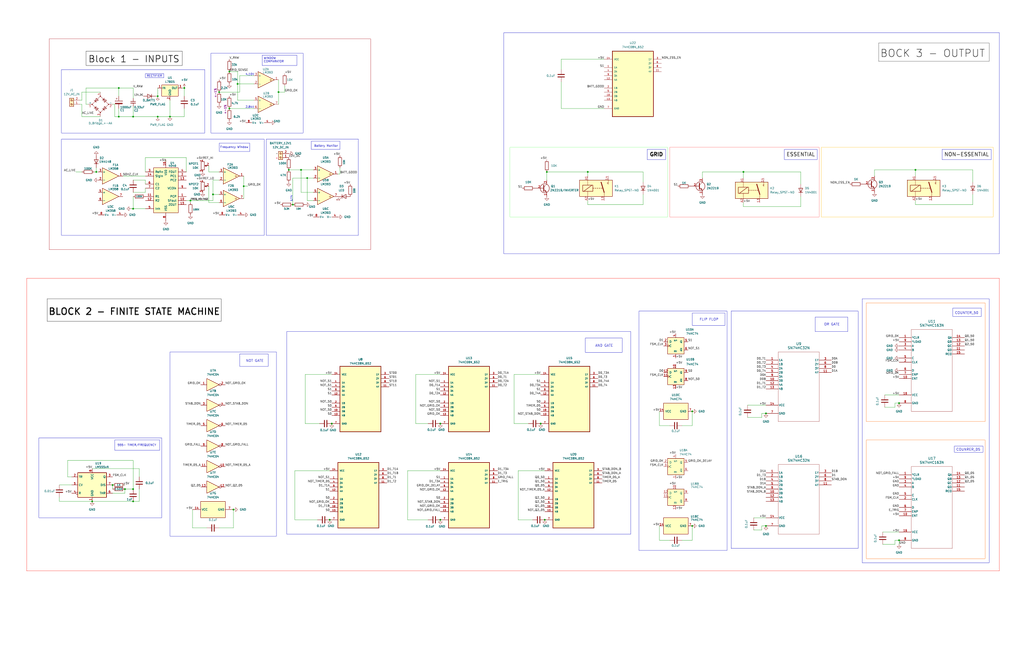
<source format=kicad_sch>
(kicad_sch (version 20231120) (generator "eeschema") (generator_version "8.0")
  (paper "User" 635 406.4)
  (title_block (title "DACS") (date "2025-12-11") (company "Higgz corp."))
  (junction (at 73.66 54.61))
  (junction (at 82.55 303.53))
  (junction (at 474.98 326.39))
  (junction (at 335.28 262.89))
  (junction (at 429.26 255.27))
  (junction (at 69.85 300.99))
  (junction (at 364.49 106.68))
  (junction (at 82.55 129.54))
  (junction (at 474.98 256.54))
  (junction (at 273.05 322.58))
  (junction (at 135.89 57.15))
  (junction (at 461.01 106.68))
  (junction (at 205.74 262.89))
  (junction (at 82.55 72.39))
  (junction (at 142.24 44.45))
  (junction (at 179.07 105.41))
  (junction (at 567.69 105.41))
  (junction (at 132.08 120.65))
  (junction (at 557.53 335.28))
  (junction (at 147.32 52.07))
  (junction (at 59.69 106.68))
  (junction (at 339.09 106.68))
  (junction (at 77.47 303.53))
  (junction (at 82.55 311.15))
  (junction (at 97.79 72.39))
  (junction (at 337.82 322.58))
  (junction (at 73.66 72.39))
  (junction (at 190.5 110.49))
  (junction (at 105.41 72.39))
  (junction (at 204.47 322.58))
  (junction (at 57.15 311.15))
  (junction (at 557.53 250.19))
  (junction (at 181.61 127))
  (junction (at 118.11 124.46))
  (junction (at 142.24 67.31))
  (junction (at 186.69 105.41))
  (junction (at 273.05 262.89))
  (junction (at 144.78 316.23))
  (junction (at 97.79 59.69))
  (junction (at 151.13 115.57))
  (junction (at 429.26 326.39))
  (junction (at 114.3 54.61))
  (junction (at 172.72 57.15))
  (wire (pts (xy 151.13 115.57) (xy 153.67 115.57)))
  (wire (pts (xy 547.37 330.2) (xy 557.53 330.2)))
  (wire (pts (xy 435.61 106.68) (xy 461.01 106.68)))
  (wire (pts (xy 53.34 54.61) (xy 53.34 64.77)))
  (wire (pts (xy 198.12 262.89) (xy 189.23 262.89)))
  (wire (pts (xy 157.48 46.99) (xy 148.59 46.99)))
  (wire (pts (xy 321.31 292.1) (xy 337.82 292.1)))
  (wire (pts (xy 58.42 106.68) (xy 59.69 106.68)))
  (wire (pts (xy 603.25 105.41) (xy 567.69 105.41)))
  (wire (pts (xy 252.73 322.58) (xy 252.73 292.1)))
  (wire (pts (xy 129.54 106.68) (xy 129.54 102.87)))
  (wire (pts (xy 82.55 119.38) (xy 90.17 119.38)))
  (wire (pts (xy 567.69 105.41) (xy 567.69 109.22)))
  (wire (pts (xy 129.54 115.57) (xy 129.54 125.73)))
  (wire (pts (xy 347.98 36.83) (xy 374.65 36.83)))
  (wire (pts (xy 96.52 59.69) (xy 97.79 59.69)))
  (wire (pts (xy 435.61 110.49) (xy 435.61 106.68)))
  (wire (pts (xy 467.36 328.93) (xy 472.44 328.93)))
  (wire (pts (xy 135.89 106.68) (xy 129.54 106.68)))
  (wire (pts (xy 603.25 113.03) (xy 603.25 105.41)))
  (wire (pts (xy 398.78 113.03) (xy 398.78 106.68)))
  (wire (pts (xy 147.32 62.23) (xy 147.32 52.07)))
  (wire (pts (xy 36.83 308.61) (xy 36.83 311.15)))
  (wire (pts (xy 71.12 64.77) (xy 71.12 72.39)))
  (wire (pts (xy 472.44 256.54) (xy 474.98 256.54)))
  (wire (pts (xy 210.82 104.14) (xy 210.82 107.95)))
  (wire (pts (xy 86.36 303.53) (xy 86.36 311.15)))
  (wire (pts (xy 82.55 129.54) (xy 90.17 129.54)))
  (wire (pts (xy 257.81 262.89) (xy 257.81 232.41)))
  (wire (pts (xy 41.91 295.91) (xy 41.91 285.75)))
  (wire (pts (xy 554.99 250.19) (xy 557.53 250.19)))
  (wire (pts (xy 157.48 62.23) (xy 147.32 62.23)))
  (wire (pts (xy 472.44 259.08) (xy 472.44 256.54)))
  (wire (pts (xy 209.55 107.95) (xy 210.82 107.95)))
  (wire (pts (xy 114.3 67.31) (xy 114.3 72.39)))
  (wire (pts (xy 548.64 252.73) (xy 554.99 252.73)))
  (wire (pts (xy 90.17 97.79) (xy 115.57 97.79)))
  (wire (pts (xy 59.69 106.68) (xy 60.96 106.68)))
  (wire (pts (xy 142.24 44.45) (xy 147.32 44.45)))
  (wire (pts (xy 46.99 106.68) (xy 50.8 106.68)))
  (wire (pts (xy 347.98 43.18) (xy 347.98 36.83)))
  (wire (pts (xy 461.01 128.27) (xy 461.01 125.73)))
  (wire (pts (xy 467.36 321.31) (xy 474.98 321.31)))
  (wire (pts (xy 54.61 64.77) (xy 53.34 64.77)))
  (wire (pts (xy 119.38 327.66) (xy 119.38 316.23)))
  (wire (pts (xy 132.08 120.65) (xy 135.89 120.65)))
  (wire (pts (xy 90.17 111.76) (xy 82.55 111.76)))
  (wire (pts (xy 496.57 121.92) (xy 496.57 128.27)))
  (wire (pts (xy 265.43 262.89) (xy 257.81 262.89)))
  (wire (pts (xy 132.08 111.76) (xy 132.08 120.65)))
  (wire (pts (xy 148.59 46.99) (xy 148.59 57.15)))
  (wire (pts (xy 463.55 251.46) (xy 474.98 251.46)))
  (wire (pts (xy 496.57 106.68) (xy 461.01 106.68)))
  (wire (pts (xy 330.2 322.58) (xy 321.31 322.58)))
  (wire (pts (xy 554.99 335.28) (xy 557.53 335.28)))
  (wire (pts (xy 257.81 232.41) (xy 273.05 232.41)))
  (wire (pts (xy 252.73 292.1) (xy 273.05 292.1)))
  (wire (pts (xy 567.69 127) (xy 567.69 124.46)))
  (wire (pts (xy 118.11 124.46) (xy 118.11 125.73)))
  (wire (pts (xy 542.29 109.22) (xy 542.29 105.41)))
  (wire (pts (xy 77.47 303.53) (xy 77.47 306.07)))
  (wire (pts (xy 429.26 335.28) (xy 429.26 326.39)))
  (wire (pts (xy 50.8 57.15) (xy 62.23 57.15)))
  (wire (pts (xy 196.85 322.58) (xy 182.88 322.58)))
  (wire (pts (xy 181.61 110.49) (xy 181.61 127)))
  (wire (pts (xy 398.78 127) (xy 364.49 127)))
  (wire (pts (xy 82.55 66.04) (xy 82.55 72.39)))
  (wire (pts (xy 90.17 106.68) (xy 90.17 97.79)))
  (wire (pts (xy 147.32 52.07) (xy 147.32 44.45)))
  (wire (pts (xy 118.11 124.46) (xy 132.08 124.46)))
  (wire (pts (xy 194.31 124.46) (xy 190.5 124.46)))
  (wire (pts (xy 347.98 50.8) (xy 347.98 67.31)))
  (wire (pts (xy 189.23 232.41) (xy 205.74 232.41)))
  (wire (pts (xy 142.24 67.31) (xy 157.48 67.31)))
  (wire (pts (xy 59.69 104.14) (xy 59.69 106.68)))
  (wire (pts (xy 364.49 106.68) (xy 364.49 109.22)))
  (wire (pts (xy 176.53 57.15) (xy 172.72 57.15)))
  (wire (pts (xy 339.09 106.68) (xy 364.49 106.68)))
  (wire (pts (xy 86.36 295.91) (xy 86.36 290.83)))
  (wire (pts (xy 148.59 57.15) (xy 135.89 57.15)))
  (wire (pts (xy 105.41 72.39) (xy 114.3 72.39)))
  (wire (pts (xy 172.72 49.53) (xy 172.72 57.15)))
  (wire (pts (xy 76.2 109.22) (xy 90.17 109.22)))
  (wire (pts (xy 554.99 252.73) (xy 554.99 250.19)))
  (wire (pts (xy 318.77 262.89) (xy 318.77 232.41)))
  (wire (pts (xy 327.66 262.89) (xy 318.77 262.89)))
  (wire (pts (xy 50.8 72.39) (xy 62.23 72.39)))
  (wire (pts (xy 50.8 64.77) (xy 50.8 72.39)))
  (wire (pts (xy 398.78 106.68) (xy 364.49 106.68)))
  (wire (pts (xy 105.41 62.23) (xy 105.41 72.39)))
  (wire (pts (xy 144.78 327.66) (xy 144.78 316.23)))
  (wire (pts (xy 132.08 120.65) (xy 132.08 124.46)))
  (wire (pts (xy 603.25 127) (xy 567.69 127)))
  (wire (pts (xy 82.55 54.61) (xy 82.55 60.96)))
  (wire (pts (xy 36.83 300.99) (xy 44.45 300.99)))
  (wire (pts (xy 135.89 327.66) (xy 144.78 327.66)))
  (wire (pts (xy 496.57 114.3) (xy 496.57 106.68)))
  (wire (pts (xy 53.34 54.61) (xy 73.66 54.61)))
  (wire (pts (xy 186.69 105.41) (xy 194.31 105.41)))
  (wire (pts (xy 82.55 311.15) (xy 57.15 311.15)))
  (wire (pts (xy 429.26 264.16) (xy 429.26 255.27)))
  (wire (pts (xy 182.88 292.1) (xy 204.47 292.1)))
  (wire (pts (xy 179.07 105.41) (xy 186.69 105.41)))
  (wire (pts (xy 422.91 335.28) (xy 429.26 335.28)))
  (wire (pts (xy 176.53 53.34) (xy 176.53 57.15)))
  (wire (pts (xy 398.78 120.65) (xy 398.78 127)))
  (wire (pts (xy 135.89 125.73) (xy 129.54 125.73)))
  (wire (pts (xy 347.98 67.31) (xy 374.65 67.31)))
  (wire (pts (xy 189.23 262.89) (xy 189.23 232.41)))
  (wire (pts (xy 82.55 285.75) (xy 82.55 303.53)))
  (wire (pts (xy 82.55 311.15) (xy 86.36 311.15)))
  (wire (pts (xy 415.29 264.16) (xy 408.94 264.16)))
  (wire (pts (xy 151.13 115.57) (xy 151.13 123.19)))
  (wire (pts (xy 548.64 245.11) (xy 557.53 245.11)))
  (wire (pts (xy 364.49 127) (xy 364.49 124.46)))
  (wire (pts (xy 69.85 306.07) (xy 77.47 306.07)))
  (wire (pts (xy 496.57 128.27) (xy 461.01 128.27)))
  (wire (pts (xy 118.11 124.46) (xy 115.57 124.46)))
  (wire (pts (xy 71.12 72.39) (xy 73.66 72.39)))
  (wire (pts (xy 265.43 322.58) (xy 252.73 322.58)))
  (wire (pts (xy 97.79 59.69) (xy 97.79 54.61)))
  (wire (pts (xy 463.55 259.08) (xy 472.44 259.08)))
  (wire (pts (xy 408.94 335.28) (xy 408.94 326.39)))
  (wire (pts (xy 41.91 285.75) (xy 82.55 285.75)))
  (wire (pts (xy 172.72 57.15) (xy 172.72 64.77)))
  (wire (pts (xy 49.53 62.23) (xy 50.8 62.23)))
  (wire (pts (xy 90.17 114.3) (xy 90.17 111.76)))
  (wire (pts (xy 422.91 264.16) (xy 429.26 264.16)))
  (wire (pts (xy 57.15 290.83) (xy 86.36 290.83)))
  (wire (pts (xy 73.66 54.61) (xy 82.55 54.61)))
  (wire (pts (xy 97.79 72.39) (xy 105.41 72.39)))
  (wire (pts (xy 318.77 232.41) (xy 335.28 232.41)))
  (wire (pts (xy 49.53 64.77) (xy 50.8 64.77)))
  (wire (pts (xy 77.47 303.53) (xy 82.55 303.53)))
  (wire (pts (xy 603.25 120.65) (xy 603.25 127)))
  (wire (pts (xy 113.03 54.61) (xy 114.3 54.61)))
  (wire (pts (xy 102.87 99.06) (xy 102.87 100.33)))
  (wire (pts (xy 73.66 54.61) (xy 73.66 59.69)))
  (wire (pts (xy 114.3 54.61) (xy 114.3 59.69)))
  (wire (pts (xy 73.66 67.31) (xy 73.66 72.39)))
  (wire (pts (xy 69.85 64.77) (xy 71.12 64.77)))
  (wire (pts (xy 73.66 72.39) (xy 82.55 72.39)))
  (wire (pts (xy 50.8 62.23) (xy 50.8 57.15)))
  (wire (pts (xy 194.31 119.38) (xy 186.69 119.38)))
  (wire (pts (xy 128.27 327.66) (xy 119.38 327.66)))
  (wire (pts (xy 77.47 300.99) (xy 76.2 300.99)))
  (wire (pts (xy 82.55 121.92) (xy 82.55 129.54)))
  (wire (pts (xy 181.61 110.49) (xy 190.5 110.49)))
  (wire (pts (xy 190.5 124.46) (xy 190.5 110.49)))
  (wire (pts (xy 542.29 105.41) (xy 567.69 105.41)))
  (wire (pts (xy 547.37 337.82) (xy 554.99 337.82)))
  (wire (pts (xy 115.57 97.79) (xy 115.57 106.68)))
  (wire (pts (xy 472.44 326.39) (xy 474.98 326.39)))
  (wire (pts (xy 554.99 337.82) (xy 554.99 335.28)))
  (wire (pts (xy 415.29 335.28) (xy 408.94 335.28)))
  (wire (pts (xy 147.32 52.07) (xy 157.48 52.07)))
  (wire (pts (xy 408.94 264.16) (xy 408.94 255.27)))
  (wire (pts (xy 182.88 322.58) (xy 182.88 292.1)))
  (wire (pts (xy 44.45 295.91) (xy 41.91 295.91)))
  (wire (pts (xy 339.09 111.76) (xy 339.09 106.68)))
  (wire (pts (xy 81.28 129.54) (xy 82.55 129.54)))
  (wire (pts (xy 36.83 311.15) (xy 57.15 311.15)))
  (wire (pts (xy 82.55 72.39) (xy 97.79 72.39)))
  (wire (pts (xy 151.13 109.22) (xy 151.13 115.57)))
  (wire (pts (xy 557.53 337.82) (xy 557.53 335.28)))
  (wire (pts (xy 186.69 119.38) (xy 186.69 105.41)))
  (wire (pts (xy 321.31 322.58) (xy 321.31 292.1)))
  (wire (pts (xy 472.44 328.93) (xy 472.44 326.39)))
  (wire (pts (xy 461.01 106.68) (xy 461.01 110.49)))
  (wire (pts (xy 69.85 300.99) (xy 69.85 303.53)))
  (wire (pts (xy 190.5 110.49) (xy 194.31 110.49)))
  (wire (pts (xy 90.17 119.38) (xy 90.17 116.84)))
  (wire (pts (xy 135.89 111.76) (xy 132.08 111.76)))
  (rectangle (start 24.13 271.78) (end 100.33 321.31))
  (rectangle (start 29.21 185.42) (end 137.16 199.39) (stroke (width 0) (color 0 0 0 1)))
  (rectangle (start 505.46 196.85) (end 525.78 205.74))
  (rectangle (start 415.29 91.44) (end 508 134.62) (stroke (width 0.1016) (color 255 0 3 1)))
  (rectangle (start 16.51 172.72) (end 619.76 354.33) (stroke (width 0) (color 255 9 0 1)))
  (rectangle (start 105.41 218.44) (end 171.45 332.74))
  (rectangle (start 30.48 24.13) (end 229.87 154.94) (stroke (width 0) (color 167 0 9 1)))
  (rectangle (start 312.42 20.32) (end 619.76 157.48))
  (rectangle (start 544.83 26.67) (end 613.41 38.1) (stroke (width 0.127) (color 0 0 0 1)))
  (rectangle (start 38.1 43.18) (end 127 82.55))
  (rectangle (start 43.18 44.45) (end 43.18 44.45))
  (rectangle (start 429.26 194.31) (end 449.58 201.93))
  (rectangle (start 43.18 52.07) (end 43.18 52.07))
  (rectangle (start 396.24 193.04) (end 450.85 341.63))
  (rectangle (start 135.89 88.9) (end 154.94 93.98))
  (rectangle (start 53.34 31.75) (end 113.03 40.64) (stroke (width 0) (color 0 0 0 1)))
  (rectangle (start 590.804 191.262) (end 608.584 196.342))
  (rectangle (start 38.1 86.36) (end 163.83 146.05))
  (rectangle (start 537.21 273.05) (end 610.87 346.71) (stroke (width 0) (color 255 105 4 1)))
  (rectangle (start 453.39 193.04) (end 532.13 340.36))
  (rectangle (start 148.59 219.71) (end 166.37 227.33))
  (rectangle (start 193.04 87.63) (end 210.82 92.71))
  (rectangle (start 90.17 45.72) (end 101.6 48.26))
  (rectangle (start 177.8 205.74) (end 391.16 331.47))
  (rectangle (start 534.67 185.42) (end 613.41 349.25))
  (rectangle (start 165.1 86.36) (end 222.25 146.05))
  (rectangle (start 316.23 91.44) (end 414.02 134.62) (stroke (width 0.0508) (color 7 255 1 1)))
  (rectangle (start 509.27 91.44) (end 615.95 134.62) (stroke (width 0.1524) (color 255 189 11 1)))
  (rectangle (start 537.21 187.96) (end 610.87 261.62) (stroke (width 0) (color 255 105 4 1)))
  (rectangle (start 71.12 273.05) (end 99.06 279.4))
  (rectangle (start 130.81 33.02) (end 187.96 82.55))
  (rectangle (start 362.966 209.804) (end 385.826 218.694))
  (text_box "NON-ESSENTIAL" (at 584.2 92.71 0) (size 30.48 6.35) (effects (font (size 2.286 2.286) (thickness 0.254) (bold yes)) (justify top)))
  (text_box "COUNRER_05" (at 591.82 276.86 0) (size 17.78 3.81) (effects (font (size 1.524 1.524)) (justify left top)))
  (text_box "WINDOW COMPARATOR" (at 162.56 34.29 0) (size 21.59 6.35) (effects (font (size 1.27 1.27)) (justify left top)))
  (text_box "ESSENTIAL" (at 486.41 92.71 0) (size 20.32 6.35) (effects (font (size 2.286 2.286) (thickness 0.254) (bold yes)) (justify top)))
  (text_box "GRID" (at 401.32 92.71 0) (size 11.43 6.35) (effects (font (size 2.286 2.286) (thickness 0.4572) (bold yes)) (justify top)))
  (text "AND GATE" (at 374.65 214.63 0) (effects (font (size 1.524 1.524))))
  (text "Block 1 - INPUTS" (at 83.058 36.83 0) (effects (font (size 4.064 4.064) (thickness 0.3556) (bold yes))))
  (text "COUNTER_50\n" (at 599.44 194.31 0) (effects (font (size 1.524 1.524))))
  (text "BOCK 3 - OUTPUT" (at 578.358 33.274 0) (effects (font (size 4.572 4.572) (thickness 0.254) (bold yes))))
  (text "4.10V" (at 154.94 46.228 0) (effects (font (size 1.27 1.27))))
  (text "BLOCK 2 - FINITE STATE MACHINE" (at 83.312 193.548 0) (effects (font (size 4.064 4.064) (thickness 0.6096) (bold yes))))
  (text "+" (at 171.704 98.298 0) (effects (font (size 0.762 0.762) (thickness 0.254) (bold yes))))
  (text "-" (at 171.704 95.504 0) (effects (font (size 0.762 0.762) (thickness 0.254) (bold yes))))
  (text "3.77V" (at 180.848 123.19 90) (effects (font (size 0.889 0.889))))
  (text "555- TIMER/FREQUENCY " (at 85.344 276.352 0) (effects (font (size 1.27 1.27))))
  (text "2.84V" (at 154.94 66.548 0) (effects (font (size 1.27 1.27))))
  (text "Frequency Window" (at 145.288 91.44 0) (effects (font (size 1.27 1.27))))
  (text "NOT GATE" (at 157.988 224.028 0) (effects (font (size 1.524 1.524))))
  (text "RECTIFIER" (at 95.758 47.244 0) (effects (font (size 1.27 1.27))))
  (text "FLIP FLOP" (at 439.674 198.374 0) (effects (font (size 1.524 1.524))))
  (text "Battery Monitor" (at 202.184 90.678 0) (effects (font (size 1.27 1.27))))
  (text "OR GATE" (at 515.874 201.422 0) (effects (font (size 1.524 1.524))))
  (label "+5V" (at 364.49 124.46 0))
  (label "GRID_OK" (at 176.53 57.15 0))
  (label "NOT_S0" (at 426.72 236.22 0))
  (label "Q0_50" (at 598.17 209.55 0))
  (label "D0" (at 411.48 231.14 180))
  (label "GND" (at 374.65 67.31 180))
  (label "AC_LIVE" (at 46.99 106.68 180))
  (label "+5V" (at 135.89 133.35 180))
  (label "S1" (at 335.28 237.49 180))
  (label "GRID_FALL" (at 124.46 276.86 180))
  (label "D0_T1" (at 474.98 223.52 180))
  (label "+5V" (at 419.1 241.3 0))
  (label "NOT_TIMER_05" (at 139.7 264.16 0))
  (label "S1" (at 323.85 116.84 180))
  (label "NOT_S0" (at 205.74 255.27 180))
  (label "GRID_OK_DELAY" (at 426.72 287.02 0))
  (label "STAB_DON" (at 124.46 251.46 180))
  (label "STAB_DON_B" (at 373.38 292.1 0))
  (label "+5V" (at 557.53 212.09 180))
  (label "D0B" (at 474.98 236.22 180))
  (label "Q0_50" (at 337.82 297.18 180))
  (label "D1_T3A" (at 308.61 292.1 0))
  (label "NOT_TIMER_05_A" (at 337.82 304.8 180))
  (label "NOT_GRID_OK" (at 139.7 238.76 0))
  (label "+5V" (at 419.1 297.18 0))
  (label "TIMER_05" (at 335.28 252.73 180))
  (label "GRID_OK" (at 557.53 209.55 180))
  (label "NON_ESS_EN" (at 410.21 36.83 0))
  (label "D1_T2" (at 240.03 299.72 0))
  (label "+5V" (at 57.15 290.83 180))
  (label "REF_LO" (at 125.73 111.76 0))
  (label "GRID_OK" (at 153.67 115.57 0))
  (label "D0A" (at 515.62 223.52 0))
  (label "FSM_CLK" (at 411.48 233.68 180))
  (label "Q1_05" (at 598.17 297.18 0))
  (label "NOT_S0" (at 273.05 250.19 180))
  (label "Q2_50" (at 337.82 312.42 180))
  (label "+5V" (at 176.53 45.72 0))
  (label "FREQ_VOLTAGE" (at 118.11 124.46 0) (effects (font (size 1.016 1.016) (thickness 0.2032) (bold yes))))
  (label "S1" (at 420.37 115.57 180))
  (label "D0_T4A" (at 370.84 237.49 0))
  (label "+5V" (at 557.53 245.11 180))
  (label "D1_T1B" (at 240.03 294.64 0))
  (label "D0_T2" (at 474.98 226.06 180))
  (label "D0_T4" (at 474.98 231.14 180))
  (label "STAB_DON_A" (at 474.98 303.53 180))
  (label "D1_T3" (at 474.98 295.91 180))
  (label "S0" (at 335.28 255.27 180))
  (label "NOT_S1" (at 204.47 297.18 180))
  (label "S0" (at 204.47 317.5 180))
  (label "S0" (at 335.28 250.19 180))
  (label "+5V" (at 408.94 255.27 180))
  (label "+5V" (at 557.53 234.95 180))
  (label "D0_T1A" (at 308.61 232.41 0))
  (label "AC_LIVE" (at 50.8 71.12 0))
  (label "ST10" (at 241.3 237.49 0))
  (label "+5V" (at 217.17 114.3 180))
  (label "+5V" (at 152.4 76.2 180))
  (label "+5V" (at 335.28 232.41 180))
  (label "D1" (at 411.48 212.09 180))
  (label "+5V" (at 204.47 292.1 180))
  (label "FSM_CLK" (at 69.85 295.91 0))
  (label "12V_DC" (at 88.9 59.69 180) (effects (font (size 1.016 1.016))))
  (label "+5V" (at 557.53 320.04 180))
  (label "+5V" (at 119.38 316.23 180))
  (label "Q0_05" (at 337.82 302.26 180))
  (label "NOT_S1" (at 205.74 237.49 180))
  (label "ST11" (at 241.3 240.03 0))
  (label "D0_T1" (at 308.61 234.95 0))
  (label "GRID_OK" (at 411.48 287.02 180))
  (label "Q1_50" (at 598.17 212.09 0))
  (label "+5V" (at 567.69 124.46 0))
  (label "50HZ_CLK" (at 76.2 109.22 0))
  (label "D0_T2" (at 308.61 240.03 0))
  (label "D1_T2" (at 474.98 241.3 180))
  (label "FSM_CLK" (at 411.48 214.63 180))
  (label "GND" (at 557.53 337.82 0))
  (label "BATT_GOOD" (at 374.65 54.61 180))
  (label "12V_DC" (at 179.07 97.79 0))
  (label "+5V" (at 210.82 96.52 180) (effects (font (thickness 0.1588))))
  (label "GRID_OK_DELAY" (at 273.05 302.26 180))
  (label "GND" (at 557.53 314.96 180))
  (label "D0_T3" (at 370.84 234.95 0))
  (label "+5V" (at 135.89 49.53 0))
  (label "D1B" (at 474.98 298.45 180))
  (label "NOT_STAB_DON" (at 273.05 312.42 180))
  (label "S1" (at 374.65 41.91 180))
  (label "+5V" (at 374.65 36.83 180))
  (label "GND" (at 557.53 302.26 180))
  (label "+5V" (at 557.53 330.2 180))
  (label "+5V" (at 125.73 111.76 180))
  (label "BATT_GOOD" (at 210.82 107.95 0))
  (label "GRID_OK" (at 557.53 232.41 180))
  (label "S0" (at 426.72 231.14 0))
  (label "D0B" (at 515.62 226.06 0))
  (label "Q2_05" (at 124.46 302.26 180))
  (label "+5V" (at 474.98 321.31 180))
  (label "+5V" (at 205.74 232.41 180))
  (label "V_RAW" (at 82.55 54.61 0))
  (label "D0" (at 515.62 228.6 0))
  (label "+5V" (at 557.53 297.18 180))
  (label "GRID_OK" (at 273.05 257.81 180))
  (label "Q1_50" (at 337.82 299.72 180))
  (label "NOT_GRID_OK" (at 204.47 312.42 180))
  (label "S1" (at 273.05 242.57 180))
  (label "NOT_S1" (at 205.74 240.03 180))
  (label "Q2_50" (at 598.17 214.63 0))
  (label "+5V" (at 408.94 326.39 180))
  (label "D1_T1" (at 240.03 297.18 0))
  (label "NOT_GRID_FALL" (at 273.05 317.5 180))
  (label "TIMER_05_A" (at 124.46 289.56 180))
  (label "NOT_S0" (at 205.74 250.19 180))
  (label "NOT_GRID_OK" (at 273.05 314.96 180))
  (label "+5V" (at 102.87 100.33 180))
  (label "Q1_05" (at 337.82 314.96 180))
  (label "D1_T1" (at 474.98 238.76 180))
  (label "D1_T1B" (at 204.47 314.96 180))
  (label "GRID_SENSE" (at 142.24 44.45 0))
  (label "NOT_S1" (at 426.72 217.17 0))
  (label "NOT_TIMER_05" (at 204.47 299.72 180))
  (label "D0_T4A" (at 335.28 245.11 180))
  (label "+5V" (at 194.31 134.62 180) (effects (font (thickness 0.1588))))
  (label "TIMER_05" (at 373.38 299.72 0))
  (label "NOT_GRID_FALL" (at 139.7 276.86 0))
  (label "D1B" (at 515.62 293.37 0))
  (label "ST00" (at 241.3 232.41 0))
  (label "REF_HI" (at 125.73 99.06 0))
  (label "Q2_50" (at 337.82 309.88 180))
  (label "+5V" (at 142.24 59.69 0))
  (label "+5V" (at 337.82 292.1 180))
  (label "D1_T3A" (at 273.05 299.72 180))
  (label "TIMER_05" (at 124.46 264.16 180))
  (label "S0" (at 205.74 252.73 180))
  (label "FSM_CLK" (at 557.53 309.88 180))
  (label "NON_ESS_EN" (at 527.05 114.3 180))
  (label "NOT_STAB_DON" (at 335.28 257.81 180))
  (label "STAB_DON_A" (at 373.38 294.64 0))
  (label "E_TRIG" (at 308.61 299.72 0))
  (label "D0A" (at 474.98 233.68 180))
  (label "GND" (at 557.53 307.34 180))
  (label "D0_T4" (at 370.84 240.03 0))
  (label "D0_T3A" (at 335.28 240.03 180))
  (label "NOT_TIMER_05_A" (at 139.7 289.56 0))
  (label "NOT_S0" (at 273.05 255.27 180))
  (label "D1A" (at 515.62 231.14 0))
  (label "D1A" (at 474.98 300.99 180))
  (label "S1" (at 335.28 242.57 180))
  (label "+5V" (at 419.1 207.01 180))
  (label "+5V" (at 125.73 99.06 180))
  (label "FSM_CLK" (at 557.53 224.79 180))
  (label "S0" (at 204.47 309.88 180))
  (label "ST01" (at 241.3 234.95 0))
  (label "NOT_GRID_OK" (at 273.05 304.8 180))
  (label "+5V" (at 419.1 316.23 0))
  (label "D1_T1A" (at 204.47 302.26 180))
  (label "FSM_CLK" (at 411.48 289.56 180))
  (label "NOT_S1" (at 273.05 237.49 180))
  (label "S1" (at 273.05 297.18 180))
  (label "E_TRIG" (at 557.53 317.5 180))
  (label "+5V" (at 474.98 251.46 180))
  (label "+5V" (at 273.05 292.1 180))
  (label "Q0_05" (at 598.17 294.64 0))
  (label "+5V" (at 173.99 127 180) (effects (font (thickness 0.1588))))
  (label "S0" (at 273.05 309.88 180))
  (label "S1" (at 204.47 304.8 180))
  (label "+5V" (at 419.1 222.25 0))
  (label "+5V" (at 60.96 133.35 180))
  (label "V_RAW" (at 142.24 36.83 0))
  (label "NOT_STAB_DON" (at 139.7 251.46 0))
  (label "S1" (at 205.74 242.57 180))
  (label "+5V" (at 419.1 300.99 180))
  (label "D1A" (at 474.98 293.37 180))
  (label "GRID_FALL" (at 308.61 297.18 0))
  (label "NOT_Q2_05" (at 337.82 317.5 180))
  (label "NOT_Q2_05" (at 139.7 302.26 0))
  (label "+5V" (at 273.05 232.41 180))
  (label "+5V" (at 461.01 125.73 0))
  (label "TIMER_05_A" (at 373.38 297.18 0))
  (label "GND" (at 557.53 299.72 180))
  (label "D1_T1A" (at 240.03 292.1 0))
  (label "S0" (at 205.74 257.81 180))
  (label "D0_T1A" (at 273.05 240.03 180))
  (label "STAB_DON_B" (at 474.98 306.07 180))
  (label "NOT_GRID_FALL" (at 557.53 294.64 180))
  (label "+5V" (at 76.2 300.99 0))
  (label "D0_T2A" (at 273.05 245.11 180))
  (label "S1" (at 205.74 245.11 180))
  (label "+5V" (at 419.1 281.94 180))
  (label "D0_T2A" (at 308.61 237.49 0))
  (label "D1_T3" (at 308.61 294.64 0))
  (label "D0_T3" (at 474.98 228.6 180))
  (label "D1" (at 515.62 295.91 0))
  (label "+5V" (at 339.09 99.06 180))
  (label "+5V" (at 44.45 306.07 180))
  (label "NOT_GRID_OK" (at 273.05 252.73 180))
  (label "S1" (at 426.72 212.09 0))
  (label "D0_T3A" (at 370.84 232.41 0))
  (label "STAB_DON" (at 515.62 298.45 0))
  (label "+5V" (at 419.1 226.06 0))
  (label "GRID_OK" (at 124.46 238.76 180))
  (label "Q2_05" (at 598.17 299.72 0))
  (symbol (lib_id "Amplifier_Operational:LM358") (at 68.58 121.92 0) (unit 2)
    (property "Reference" "F1" (at 71.628 115.316 0))
    (property "Value" "LM358" (at 70.358 117.348 0))
    (property "Footprint" "Package_DIP:DIP-8_W7.62mm" (effects (hide yes)))
    (property "Datasheet" "http://www.ti.com/lit/ds/symlink/lm2904-n.pdf" (effects (hide yes)))
    (property "Description" "Low-Power, Dual Operational Amplifiers, DIP-8/SOIC-8/TO-99-8" (effects (hide yes)))
  )
  (symbol (lib_id "Device:C") (at 347.98 46.99 0) (unit 1)
    (property "Reference" "C22" (effects (hide yes)))
    (property "Value" "0.1uF" (at 338.836 46.99 0) (effects (justify left)))
    (property "Footprint" "Capacitor_THT:C_Disc_D5.0mm_W2.5mm_P2.50mm" (effects (hide yes)))
    (property "Description" "Unpolarized capacitor" (effects (hide yes)))
  )
  (symbol (lib_id "Comparator:LM393") (at 143.51 130.81 90) (unit 3)
    (property "Reference" "U5" (at 143.51 128.27 90))
    (property "Value" "LM393" (at 143.51 130.81 90))
    (property "Footprint" "Package_DIP:DIP-8_W7.62mm" (effects (hide yes)))
    (property "Datasheet" "http://www.ti.com/lit/ds/symlink/lm393.pdf" (effects (hide yes)))
    (property "Description" "Low-Power, Low-Offset Voltage, Dual Comparators, DIP-8/SOIC-8/TO-99-8" (effects (hide yes)))
  )
  (symbol (lib_id "Comparator:LM393") (at 201.93 121.92 0) (unit 2)
    (property "Reference" "U5" (at 201.93 111.76 0))
    (property "Value" "LM393" (at 201.93 114.3 0))
    (property "Footprint" "Package_DIP:DIP-8_W7.62mm" (effects (hide yes)))
    (property "Datasheet" "http://www.ti.com/lit/ds/symlink/lm393.pdf" (effects (hide yes)))
    (property "Description" "Low-Power, Low-Offset Voltage, Dual Comparators, DIP-8/SOIC-8/TO-99-8" (effects (hide yes)))
  )
  (symbol (lib_id "Comparator:LM393") (at 201.93 107.95 0) (unit 1)
    (property "Reference" "U5" (at 201.93 97.79 0))
    (property "Value" "LM393" (at 201.93 100.33 0))
    (property "Footprint" "Package_DIP:DIP-8_W7.62mm" (effects (hide yes)))
    (property "Datasheet" "http://www.ti.com/lit/ds/symlink/lm393.pdf" (effects (hide yes)))
    (property "Description" "Low-Power, Low-Offset Voltage, Dual Comparators, DIP-8/SOIC-8/TO-99-8" (effects (hide yes)))
  )
  (symbol (lib_id "power:GND") (at 57.15 311.15 0) (unit 1)
    (property "Reference" "#PWR32" (effects (hide yes)))
    (property "Value" "GND" (at 57.15 316.23 0))
    (property "Description" "Power symbol creates a global label with name \"GND\" , ground" (effects (hide yes)))
  )
  (symbol (lib_id "Device:C") (at 334.01 322.58 90) (unit 1)
    (property "Reference" "C19" (effects (hide yes)))
    (property "Value" "0.1uF" (at 331.978 326.39 90))
    (property "Footprint" "Capacitor_THT:C_Disc_D5.0mm_W2.5mm_P2.50mm" (effects (hide yes)))
    (property "Description" "Unpolarized capacitor" (effects (hide yes)))
  )
  (symbol (lib_id "74HC32:SN74HC32N") (at 474.98 293.37 0) (unit 1)
    (property "Reference" "U16" (at 495.3 283.21 0) (effects (font (size 1.524 1.524))))
    (property "Value" "SN74HC32N" (at 495.3 285.75 0) (effects (font (size 1.524 1.524))))
    (property "Footprint" "Package_DIP:DIP-14_W7.62mm" (effects (hide yes)))
    (property "Datasheet" "https://www.ti.com/lit/gpn/sn74hc32" (effects (hide yes)))
  )
  (symbol (lib_id "74HC08N_652:74HC08N_652") (at 355.6 304.8 0) (unit 1)
    (property "Reference" "U20" (at 355.6 281.94 0))
    (property "Value" "74HC08N_652" (at 355.6 284.48 0))
    (property "Footprint" "Package_DIP:DIP-14_W7.62mm" (effects (hide yes)))
    (property "MF" "NXP USA" (effects (hide yes)))
    (property "Description_1" "\n                        \n                            AND Gate IC 4 Channel - 14-DIP\n                        \n" (effects (hide yes)))
    (property "PACKAGE" "DIP-14" (effects (hide yes)))
    (property "MPN" "74HC08N,652" (effects (hide yes)))
    (property "Price" "None" (effects (hide yes)))
    (property "Package" "DIP-14 NXP Semiconductors" (effects (hide yes)))
    (property "OC_FARNELL" "1826777" (effects (hide yes)))
    (property "SnapEDA_Link" "https://www.snapeda.com/parts/74HC08N,652/NXP+Semiconductors/view-part/?ref=snap" (effects (hide yes)))
    (property "MP" "74HC08N,652" (effects (hide yes)))
    (property "SUPPLIER" "NXP" (effects (hide yes)))
    (property "OC_NEWARK" "71R1931" (effects (hide yes)))
    (property "Availability" "In Stock" (effects (hide yes)))
    (property "Check_prices" "https://www.snapeda.com/parts/74HC08N,652/NXP+Semiconductors/view-part/?ref=eda" (effects (hide yes)))
  )
  (symbol (lib_id "Device:R") (at 424.18 115.57 90) (unit 1)
    (property "Reference" "R16" (effects (hide yes)))
    (property "Value" "1K" (at 424.18 113.538 90))
    (property "Footprint" "Resistor_THT:R_Axial_DIN0207_L6.3mm_D2.5mm_P7.62mm_Horizontal" (effects (hide yes)))
    (property "Description" "Resistor" (effects (hide yes)))
  )
  (symbol (lib_id "power:GND") (at 144.78 316.23 90) (unit 1)
    (property "Reference" "#PWR19" (effects (hide yes)))
    (property "Value" "GND" (at 148.59 316.2299 90) (effects (justify right)))
    (property "Description" "Power symbol creates a global label with name \"GND\" , ground" (effects (hide yes)))
  )
  (symbol (lib_id "Device:C") (at 36.83 304.8 180) (unit 1)
    (property "Reference" "C18" (effects (hide yes)))
    (property "Value" "0.01uF" (at 27.432 304.8 0) (effects (justify right)))
    (property "Footprint" "Capacitor_THT:C_Disc_D5.0mm_W2.5mm_P2.50mm" (effects (hide yes)))
    (property "Description" "Unpolarized capacitor" (effects (hide yes)))
  )
  (symbol (lib_id "Device:R") (at 142.24 40.64 180) (unit 1)
    (property "Reference" "R1" (effects (hide yes)))
    (property "Value" "33k" (at 143.51 40.132 0) (effects (justify right)))
    (property "Footprint" "Resistor_THT:R_Axial_DIN0207_L6.3mm_D2.5mm_P7.62mm_Horizontal" (effects (hide yes)))
    (property "Description" "Resistor" (effects (hide yes)))
  )
  (symbol (lib_id "Device:R") (at 135.89 60.96 180) (unit 1)
    (property "Reference" "10k3" (effects (hide yes)))
    (property "Value" "10K" (at 136.906 61.722 0) (effects (justify right)))
    (property "Footprint" "Resistor_THT:R_Axial_DIN0207_L6.3mm_D2.5mm_P7.62mm_Horizontal" (effects (hide yes)))
    (property "Description" "Resistor" (effects (hide yes)))
  )
  (symbol (lib_id "Diode:1N4007") (at 92.71 59.69 180) (unit 1)
    (property "Reference" "D_BATT1" (at 92.456 62.23 0))
    (property "Value" "1N4007" (effects (hide yes)))
    (property "Footprint" "Diode_THT:D_DO-41_SOD81_P10.16mm_Horizontal" (effects (hide yes)))
    (property "Datasheet" "http://www.vishay.com/docs/88503/1n4001.pdf" (effects (hide yes)))
    (property "Description" "1000V 1A General Purpose Rectifier Diode, DO-41" (effects (hide yes)))
    (property "Sim.Device" "D" (effects (hide yes)))
    (property "Sim.Pins" "1=K 2=A" (effects (hide yes)))
  )
  (symbol (lib_id "74HC08N_652:74HC08N_652") (at 290.83 304.8 0) (unit 1)
    (property "Reference" "U14" (at 290.83 281.94 0))
    (property "Value" "74HC08N_652" (at 290.83 284.48 0))
    (property "Footprint" "Package_DIP:DIP-14_W7.62mm" (effects (hide yes)))
    (property "MF" "NXP USA" (effects (hide yes)))
    (property "Description_1" "\n                        \n                            AND Gate IC 4 Channel - 14-DIP\n                        \n" (effects (hide yes)))
    (property "PACKAGE" "DIP-14" (effects (hide yes)))
    (property "MPN" "74HC08N,652" (effects (hide yes)))
    (property "Price" "None" (effects (hide yes)))
    (property "Package" "DIP-14 NXP Semiconductors" (effects (hide yes)))
    (property "OC_FARNELL" "1826777" (effects (hide yes)))
    (property "SnapEDA_Link" "https://www.snapeda.com/parts/74HC08N,652/NXP+Semiconductors/view-part/?ref=snap" (effects (hide yes)))
    (property "MP" "74HC08N,652" (effects (hide yes)))
    (property "SUPPLIER" "NXP" (effects (hide yes)))
    (property "OC_NEWARK" "71R1931" (effects (hide yes)))
    (property "Availability" "In Stock" (effects (hide yes)))
    (property "Check_prices" "https://www.snapeda.com/parts/74HC08N,652/NXP+Semiconductors/view-part/?ref=eda" (effects (hide yes)))
  )
  (symbol (lib_id "power:GND") (at 435.61 120.65 0) (unit 1)
    (property "Reference" "#PWR39" (effects (hide yes)))
    (property "Value" "GND" (at 435.61 125.73 0))
    (property "Description" "Power symbol creates a global label with name \"GND\" , ground" (effects (hide yes)))
  )
  (symbol (lib_id "Transistor_BJT:2N2219") (at 433.07 115.57 0) (unit 1)
    (property "Reference" "Q2" (at 438.15 114.2999 0) (effects (justify left)))
    (property "Value" "2N2219" (at 438.15 116.8399 0) (effects (justify left)))
    (property "Footprint" "Package_TO_SOT_THT:TO-39-3" (effects (hide yes)))
    (property "Datasheet" "http://www.onsemi.com/pub_link/Collateral/2N2219-D.PDF" (effects (hide yes)))
    (property "Description" "800mA Ic, 50V Vce, NPN Transistor, TO-39" (effects (hide yes)))
  )
  (symbol (lib_id "Device:R_Potentiometer") (at 125.73 102.87 0) (unit 1)
    (property "Reference" "NPOT1" (at 123.19 101.5999 0) (effects (justify right)))
    (property "Value" "10K" (at 123.19 104.1399 0) (effects (justify right)))
    (property "Footprint" "Potentiometer_THT:Potentiometer_Bourns_3296W_Vertical" (effects (hide yes)))
    (property "Description" "Potentiometer" (effects (hide yes)))
  )
  (symbol (lib_id "Comparator:LM393") (at 160.02 73.66 90) (unit 3)
    (property "Reference" "U2" (at 160.528 71.628 90) (effects (justify left)))
    (property "Value" "LM393" (at 161.798 73.66 90) (effects (justify left)))
    (property "Footprint" "Package_DIP:DIP-8_W7.62mm" (effects (hide yes)))
    (property "Datasheet" "http://www.ti.com/lit/ds/symlink/lm393.pdf" (effects (hide yes)))
    (property "Description" "Low-Power, Low-Offset Voltage, Dual Comparators, DIP-8/SOIC-8/TO-99-8" (effects (hide yes)))
  )
  (symbol (lib_id "Device:R") (at 179.07 101.6 0) (unit 1)
    (property "Reference" "R6" (effects (hide yes)))
    (property "Value" "100K" (at 172.72 101.346 0) (effects (justify left)))
    (property "Footprint" "Resistor_THT:R_Axial_DIN0207_L6.3mm_D2.5mm_P7.62mm_Horizontal" (effects (hide yes)))
    (property "Description" "Resistor" (effects (hide yes)))
  )
  (symbol (lib_id "Device:R") (at 142.24 63.5 180) (unit 1)
    (property "Reference" "10k1" (effects (hide yes)))
    (property "Value" "4.7k" (at 143.51 64.008 0) (effects (justify right)))
    (property "Footprint" "Resistor_THT:R_Axial_DIN0207_L6.3mm_D2.5mm_P7.62mm_Horizontal" (effects (hide yes)))
    (property "Description" "Resistor" (effects (hide yes)))
  )
  (symbol (lib_id "Device:C") (at 547.37 334.01 0) (unit 1)
    (property "Reference" "C10" (effects (hide yes)))
    (property "Value" "0.1uF" (at 542.798 334.01 90))
    (property "Footprint" "Capacitor_THT:C_Disc_D5.0mm_W2.5mm_P2.50mm" (effects (hide yes)))
    (property "Description" "Unpolarized capacitor" (effects (hide yes)))
  )
  (symbol (lib_id "Comparator:LM393") (at 165.1 64.77 0) (unit 2)
    (property "Reference" "U2" (at 165.1 57.912 0))
    (property "Value" "LM393" (at 166.116 59.944 0))
    (property "Footprint" "Package_DIP:DIP-8_W7.62mm" (effects (hide yes)))
    (property "Datasheet" "http://www.ti.com/lit/ds/symlink/lm393.pdf" (effects (hide yes)))
    (property "Description" "Low-Power, Low-Offset Voltage, Dual Comparators, DIP-8/SOIC-8/TO-99-8" (effects (hide yes)))
  )
  (symbol (lib_id "Amplifier_Operational:LM358") (at 68.58 109.22 0) (unit 1)
    (property "Reference" "F1" (at 71.628 102.362 0))
    (property "Value" "LM358" (at 70.358 104.648 0))
    (property "Footprint" "Package_DIP:DIP-8_W7.62mm" (effects (hide yes)))
    (property "Datasheet" "http://www.ti.com/lit/ds/symlink/lm2904-n.pdf" (effects (hide yes)))
    (property "Description" "Low-Power, Dual Operational Amplifiers, DIP-8/SOIC-8/TO-99-8" (effects (hide yes)))
  )
  (symbol (lib_id "power:GND") (at 60.96 111.76 270) (unit 1)
    (property "Reference" "#PWR9" (effects (hide yes)))
    (property "Value" "GND" (at 57.15 111.7599 90) (effects (justify right)))
    (property "Description" "Power symbol creates a global label with name \"GND\" , ground" (effects (hide yes)))
  )
  (symbol (lib_id "74xx:74HC04") (at 132.08 238.76 0) (unit 1)
    (property "Reference" "U7" (at 132.08 229.87 0))
    (property "Value" "74HC04" (at 132.08 232.41 0))
    (property "Footprint" "Package_DIP:DIP-14_W7.62mm" (effects (hide yes)))
    (property "Datasheet" "https://assets.nexperia.com/documents/data-sheet/74HC_HCT04.pdf" (effects (hide yes)))
    (property "Description" "Hex Inverter" (effects (hide yes)))
  )
  (symbol (lib_id "power:GND") (at 142.24 74.93 0) (unit 1)
    (property "Reference" "#PWR4" (effects (hide yes)))
    (property "Value" "GND" (at 142.24 80.01 0))
    (property "Description" "Power symbol creates a global label with name \"GND\" , ground" (effects (hide yes)))
  )
  (symbol (lib_id "Device:C") (at 419.1 335.28 90) (unit 1)
    (property "Reference" "C6" (effects (hide yes)))
    (property "Value" "0.1uF" (at 419.1 338.582 90))
    (property "Footprint" "Capacitor_THT:C_Disc_D5.0mm_W2.5mm_P2.50mm" (effects (hide yes)))
    (property "Description" "Unpolarized capacitor" (effects (hide yes)))
  )
  (symbol (lib_id "Device:C") (at 269.24 262.89 90) (unit 1)
    (property "Reference" "C13" (effects (hide yes)))
    (property "Value" "0.1uF" (at 267.716 266.7 90))
    (property "Footprint" "Capacitor_THT:C_Disc_D5.0mm_W2.5mm_P2.50mm" (effects (hide yes)))
    (property "Description" "Unpolarized capacitor" (effects (hide yes)))
  )
  (symbol (lib_id "power:GND") (at 335.28 262.89 0) (unit 1)
    (property "Reference" "#PWR25" (effects (hide yes)))
    (property "Value" "GND" (at 336.042 266.7 0))
    (property "Description" "Power symbol creates a global label with name \"GND\" , ground" (effects (hide yes)))
  )
  (symbol (lib_id "4xxx:4046") (at 102.87 116.84 0) (unit 1)
    (property "Reference" "U4" (at 105.41 101.092 0) (effects (justify left)))
    (property "Value" "4046" (at 104.394 102.87 0) (effects (justify left)))
    (property "Footprint" "Package_DIP:DIP-16_W7.62mm" (effects (hide yes)))
    (property "Datasheet" "https://assets.nexperia.com/documents/data-sheet/HEF4046B.pdf" (effects (hide yes)))
    (property "Description" "Phase Comp & VCO" (effects (hide yes)))
  )
  (symbol (lib_id "power:GND") (at 557.53 222.25 270) (unit 1)
    (property "Reference" "#PWR36" (effects (hide yes)))
    (property "Value" "GND" (at 553.72 222.2499 90) (effects (justify right)))
    (property "Description" "Power symbol creates a global label with name \"GND\" , ground" (effects (hide yes)))
  )
  (symbol (lib_id "Comparator:LM393") (at 165.1 49.53 0) (unit 1)
    (property "Reference" "U2" (at 164.846 42.926 0))
    (property "Value" "LM393" (at 166.116 44.958 0))
    (property "Footprint" "Package_DIP:DIP-8_W7.62mm" (effects (hide yes)))
    (property "Datasheet" "http://www.ti.com/lit/ds/symlink/lm393.pdf" (effects (hide yes)))
    (property "Description" "Low-Power, Low-Offset Voltage, Dual Comparators, DIP-8/SOIC-8/TO-99-8" (effects (hide yes)))
  )
  (symbol (lib_id "Device:C") (at 467.36 325.12 0) (unit 1)
    (property "Reference" "C11" (effects (hide yes)))
    (property "Value" "0.1uF" (at 462.788 325.12 90))
    (property "Footprint" "Capacitor_THT:C_Disc_D5.0mm_W2.5mm_P2.50mm" (effects (hide yes)))
    (property "Description" "Unpolarized capacitor" (effects (hide yes)))
  )
  (symbol (lib_id "Device:C") (at 200.66 322.58 90) (unit 1)
    (property "Reference" "C15" (effects (hide yes)))
    (property "Value" "0.1uF" (at 199.136 326.39 90))
    (property "Footprint" "Capacitor_THT:C_Disc_D5.0mm_W2.5mm_P2.50mm" (effects (hide yes)))
    (property "Description" "Unpolarized capacitor" (effects (hide yes)))
  )
  (symbol (lib_id "Device:R") (at 339.09 102.87 180) (unit 1)
    (property "Reference" "R15" (effects (hide yes)))
    (property "Value" "10K" (at 341.63 102.8699 0) (effects (justify right)))
    (property "Footprint" "Resistor_THT:R_Axial_DIN0207_L6.3mm_D2.5mm_P7.62mm_Horizontal" (effects (hide yes)))
    (property "Description" "Resistor" (effects (hide yes)))
  )
  (symbol (lib_id "Diode:1N4001") (at 398.78 116.84 90) (unit 1)
    (property "Reference" "D4" (at 401.32 115.5699 90) (effects (justify right)))
    (property "Value" "1N4001" (at 401.32 118.1099 90) (effects (justify right)))
    (property "Footprint" "Diode_THT:D_DO-41_SOD81_P10.16mm_Horizontal" (effects (hide yes)))
    (property "Datasheet" "http://www.vishay.com/docs/88503/1n4001.pdf" (effects (hide yes)))
    (property "Description" "50V 1A General Purpose Rectifier Diode, DO-41" (effects (hide yes)))
    (property "Sim.Device" "D" (effects (hide yes)))
    (property "Sim.Pins" "1=K 2=A" (effects (hide yes)))
  )
  (symbol (lib_id "Device:LED") (at 213.36 121.92 0) (unit 1)
    (property "Reference" "D3" (at 211.7725 115.57 0))
    (property "Value" "LED" (at 211.7725 118.11 0))
    (property "Footprint" "LED_THT:LED_D5.0mm" (effects (hide yes)))
    (property "Description" "Light emitting diode" (effects (hide yes)))
  )
  (symbol (lib_id "power:GND") (at 429.26 326.39 90) (unit 1)
    (property "Reference" "#PWR27" (effects (hide yes)))
    (property "Value" "GND" (at 433.07 326.3899 90) (effects (justify right)))
    (property "Description" "Power symbol creates a global label with name \"GND\" , ground" (effects (hide yes)))
  )
  (symbol (lib_id "Device:D_Bridge_+-AA") (at 62.23 64.77 180) (unit 1)
    (property "Reference" "D1" (at 62.484 74.676 0))
    (property "Value" "D_Bridge_+-AA" (at 62.23 76.454 0))
    (property "Footprint" "Diode_THT:Diode_Bridge_Round_D9.8mm" (effects (hide yes)))
    (property "Description" "Diode bridge, +ve/-ve/AC/AC" (effects (hide yes)))
  )
  (symbol (lib_id "Amplifier_Operational:LM358") (at 68.58 130.81 90) (unit 3)
    (property "Reference" "U3" (at 68.58 128.27 90))
    (property "Value" "LM358" (at 68.58 130.81 90))
    (property "Footprint" "Package_DIP:DIP-8_W7.62mm" (effects (hide yes)))
    (property "Datasheet" "http://www.ti.com/lit/ds/symlink/lm2904-n.pdf" (effects (hide yes)))
    (property "Description" "Low-Power, Dual Operational Amplifiers, DIP-8/SOIC-8/TO-99-8" (effects (hide yes)))
  )
  (symbol (lib_id "74HC08N_652:74HC08N_652") (at 223.52 245.11 0) (unit 1)
    (property "Reference" "U8" (at 223.52 223.012 0))
    (property "Value" "74HC08N_652" (at 223.52 225.552 0))
    (property "Footprint" "Package_DIP:DIP-14_W7.62mm" (effects (hide yes)))
    (property "MF" "NXP USA" (effects (hide yes)))
    (property "Description_1" "\n                        \n                            AND Gate IC 4 Channel - 14-DIP\n                        \n" (effects (hide yes)))
    (property "PACKAGE" "DIP-14" (effects (hide yes)))
    (property "MPN" "74HC08N,652" (effects (hide yes)))
    (property "Price" "None" (effects (hide yes)))
    (property "Package" "DIP-14 NXP Semiconductors" (effects (hide yes)))
    (property "OC_FARNELL" "1826777" (effects (hide yes)))
    (property "SnapEDA_Link" "https://www.snapeda.com/parts/74HC08N,652/NXP+Semiconductors/view-part/?ref=snap" (effects (hide yes)))
    (property "MP" "74HC08N,652" (effects (hide yes)))
    (property "SUPPLIER" "NXP" (effects (hide yes)))
    (property "OC_NEWARK" "71R1931" (effects (hide yes)))
    (property "Availability" "In Stock" (effects (hide yes)))
    (property "Check_prices" "https://www.snapeda.com/parts/74HC08N,652/NXP+Semiconductors/view-part/?ref=eda" (effects (hide yes)))
  )
  (symbol (lib_id "Diode:1N4148") (at 59.69 100.33 90) (unit 1)
    (property "Reference" "D2" (at 61.722 98.044 90) (effects (justify right)))
    (property "Value" "1N4148" (at 61.468 100.33 90) (effects (justify right)))
    (property "Footprint" "Diode_THT:D_DO-35_SOD27_P7.62mm_Horizontal" (effects (hide yes)))
    (property "Datasheet" "https://assets.nexperia.com/documents/data-sheet/1N4148_1N4448.pdf" (effects (hide yes)))
    (property "Description" "100V 0.15A standard switching diode, DO-35" (effects (hide yes)))
    (property "Sim.Device" "D" (effects (hide yes)))
    (property "Sim.Pins" "1=K 2=A" (effects (hide yes)))
  )
  (symbol (lib_id "Device:C_Small") (at 82.55 63.5 0) (unit 1)
    (property "Reference" "C2" (at 83.058 68.58 0) (effects (justify left)))
    (property "Value" "0.33uF" (at 83.058 66.548 0) (effects (justify left)))
    (property "Footprint" "Resistor_THT:R_Axial_DIN0207_L6.3mm_D2.5mm_P7.62mm_Horizontal" (effects (hide yes)))
    (property "Description" "Unpolarized capacitor, small symbol" (effects (hide yes)))
  )
  (symbol (lib_id "Device:R") (at 73.66 303.53 90) (unit 1)
    (property "Reference" "R13" (effects (hide yes)))
    (property "Value" "150K" (at 73.66 303.53 90))
    (property "Footprint" "Resistor_THT:R_Axial_DIN0207_L6.3mm_D2.5mm_P7.62mm_Horizontal" (effects (hide yes)))
    (property "Description" "Resistor" (effects (hide yes)))
  )
  (symbol (lib_id "power:GND") (at 189.23 127 90) (unit 1)
    (property "Reference" "#PWR18" (effects (hide yes)))
    (property "Value" "GND" (at 191.516 128.27 90) (effects (justify right)))
    (property "Description" "Power symbol creates a global label with name \"GND\" , ground" (effects (hide yes)))
  )
  (symbol (lib_id "Device:R") (at 530.86 114.3 90) (unit 1)
    (property "Reference" "R17" (effects (hide yes)))
    (property "Value" "1K" (at 530.86 111.252 90))
    (property "Footprint" "Resistor_THT:R_Axial_DIN0207_L6.3mm_D2.5mm_P7.62mm_Horizontal" (effects (hide yes)))
    (property "Description" "Resistor" (effects (hide yes)))
  )
  (symbol (lib_id "74xx:74HC04") (at 132.08 276.86 0) (unit 4)
    (property "Reference" "U7" (at 132.08 267.97 0))
    (property "Value" "74HC04" (at 132.08 270.51 0))
    (property "Footprint" "Package_DIP:DIP-14_W7.62mm" (effects (hide yes)))
    (property "Datasheet" "https://assets.nexperia.com/documents/data-sheet/74HC_HCT04.pdf" (effects (hide yes)))
    (property "Description" "Hex Inverter" (effects (hide yes)))
  )
  (symbol (lib_id "Device:R") (at 142.24 71.12 180) (unit 1)
    (property "Reference" "R1k1" (effects (hide yes)))
    (property "Value" "6.2k" (at 144.78 72.3899 0) (effects (justify right)))
    (property "Footprint" "Resistor_THT:R_Axial_DIN0207_L6.3mm_D2.5mm_P7.62mm_Horizontal" (effects (hide yes)))
    (property "Description" "+-1%" (at 139.7 67.818 90))
  )
  (symbol (lib_id "Regulator_Linear:L7805") (at 105.41 54.61 0) (unit 1)
    (property "Reference" "U1" (at 105.41 48.26 0))
    (property "Value" "L7805" (at 105.41 50.8 0))
    (property "Footprint" "Package_TO_SOT_THT:TO-220-3_Vertical" (effects (hide yes)))
    (property "Datasheet" "http://www.st.com/content/ccc/resource/technical/document/datasheet/41/4f/b3/b0/12/d4/47/88/CD00000444.pdf/files/CD00000444.pdf/jcr:content/translations/en.CD00000444.pdf" (effects (hide yes)))
    (property "Description" "Positive 1.5A 35V Linear Regulator, Fixed Output 5V, TO-220/TO-263/TO-252" (effects (hide yes)))
  )
  (symbol (lib_id "74xx:74HC04") (at 132.08 289.56 0) (unit 5)
    (property "Reference" "U7" (at 132.08 280.67 0))
    (property "Value" "74HC04" (at 132.08 283.21 0))
    (property "Footprint" "Package_DIP:DIP-14_W7.62mm" (effects (hide yes)))
    (property "Datasheet" "https://assets.nexperia.com/documents/data-sheet/74HC_HCT04.pdf" (effects (hide yes)))
    (property "Description" "Hex Inverter" (effects (hide yes)))
  )
  (symbol (lib_id "power:GND") (at 557.53 214.63 270) (unit 1)
    (property "Reference" "#PWR34" (effects (hide yes)))
    (property "Value" "GND" (at 553.72 214.6299 90) (effects (justify right)))
    (property "Description" "Power symbol creates a global label with name \"GND\" , ground" (effects (hide yes)))
  )
  (symbol (lib_id "74xx:74HC74") (at 419.1 326.39 90) (unit 3)
    (property "Reference" "U18" (at 430.784 320.548 90))
    (property "Value" "74HC74" (at 432.054 322.58 90))
    (property "Footprint" "Package_DIP:DIP-14_W7.62mm" (effects (hide yes)))
    (property "Datasheet" "74xx/74hc_hct74.pdf" (effects (hide yes)))
    (property "Description" "Dual D Flip-flop, Set & Reset" (effects (hide yes)))
  )
  (symbol (lib_id "power:PWR_FLAG") (at 97.79 72.39 180) (unit 1)
    (property "Reference" "#FLG2" (effects (hide yes)))
    (property "Value" "PWR_FLAG" (at 97.79 77.47 0))
    (property "Description" "Special symbol for telling ERC where power comes from" (effects (hide yes)))
  )
  (symbol (lib_id "Device:R") (at 135.89 53.34 180) (unit 1)
    (property "Reference" "10k2" (effects (hide yes)))
    (property "Value" "2.2K" (at 136.906 54.61 0) (effects (justify right)))
    (property "Footprint" "Resistor_THT:R_Axial_DIN0207_L6.3mm_D2.5mm_P7.62mm_Horizontal" (effects (hide yes)))
    (property "Description" "+-1%" (at 133.604 57.658 90))
  )
  (symbol (lib_id "power:GND") (at 557.53 217.17 270) (unit 1)
    (property "Reference" "#PWR35" (effects (hide yes)))
    (property "Value" "GND" (at 553.72 217.1699 90) (effects (justify right)))
    (property "Description" "Power symbol creates a global label with name \"GND\" , ground" (effects (hide yes)))
  )
  (symbol (lib_id "74xx:74HC74") (at 419.1 308.61 0) (unit 2)
    (property "Reference" "U18" (at 428.244 300.228 0) (effects (justify left)))
    (property "Value" "74HC74" (at 428.244 302.26 0) (effects (justify left)))
    (property "Footprint" "Package_DIP:DIP-14_W7.62mm" (effects (hide yes)))
    (property "Datasheet" "74xx/74hc_hct74.pdf" (effects (hide yes)))
    (property "Description" "Dual D Flip-flop, Set & Reset" (effects (hide yes)))
  )
  (symbol (lib_id "74xx:74HC74") (at 419.1 233.68 0) (unit 2)
    (property "Reference" "U10" (at 425.45 223.012 0) (effects (justify left)))
    (property "Value" "74HC74" (at 425.45 226.06 0) (effects (justify left)))
    (property "Footprint" "Package_DIP:DIP-14_W7.62mm" (effects (hide yes)))
    (property "Datasheet" "74xx/74hc_hct74.pdf" (effects (hide yes)))
    (property "Description" "Dual D Flip-flop, Set & Reset" (effects (hide yes)))
  )
  (symbol (lib_id "Diode:1N4001") (at 603.25 116.84 90) (unit 1)
    (property "Reference" "D6" (at 605.79 115.5699 90) (effects (justify right)))
    (property "Value" "1N4001" (at 605.79 118.1099 90) (effects (justify right)))
    (property "Footprint" "Diode_THT:D_DO-41_SOD81_P10.16mm_Horizontal" (effects (hide yes)))
    (property "Datasheet" "http://www.vishay.com/docs/88503/1n4001.pdf" (effects (hide yes)))
    (property "Description" "50V 1A General Purpose Rectifier Diode, DO-41" (effects (hide yes)))
    (property "Sim.Device" "D" (effects (hide yes)))
    (property "Sim.Pins" "1=K 2=A" (effects (hide yes)))
  )
  (symbol (lib_id "power:GND") (at 81.28 129.54 270) (unit 1)
    (property "Reference" "#PWR11" (effects (hide yes)))
    (property "Value" "GND" (at 77.47 129.5399 90) (effects (justify right)))
    (property "Description" "Power symbol creates a global label with name \"GND\" , ground" (effects (hide yes)))
  )
  (symbol (lib_id "Device:R") (at 73.66 300.99 90) (unit 1)
    (property "Reference" "R12" (effects (hide yes)))
    (property "Value" "1K" (at 73.66 300.99 90))
    (property "Footprint" "Resistor_THT:R_Axial_DIN0207_L6.3mm_D2.5mm_P7.62mm_Horizontal" (effects (hide yes)))
    (property "Description" "Resistor" (effects (hide yes)))
  )
  (symbol (lib_id "Transistor_BJT:2N2219") (at 539.75 114.3 0) (unit 1)
    (property "Reference" "Q3" (at 544.83 113.0299 0) (effects (justify left)))
    (property "Value" "2N2219" (at 544.83 115.5699 0) (effects (justify left)))
    (property "Footprint" "Package_TO_SOT_THT:TO-39-3" (effects (hide yes)))
    (property "Datasheet" "http://www.onsemi.com/pub_link/Collateral/2N2219-D.PDF" (effects (hide yes)))
    (property "Description" "800mA Ic, 50V Vce, NPN Transistor, TO-39" (effects (hide yes)))
  )
  (symbol (lib_id "Connector:Screw_Terminal_01x02") (at 44.45 64.77 180) (unit 1)
    (property "Reference" "J1" (at 44.45 55.88 0))
    (property "Value" "12V_AC_IN" (at 44.45 58.42 0))
    (property "Footprint" "TerminalBlock_Altech:Altech_AK100_1x02_P5.00mm" (effects (hide yes)))
    (property "Description" "Generic screw terminal, single row, 01x02, script generated (kicad-library-utils/schlib/autogen/connector/)" (effects (hide yes)))
  )
  (symbol (lib_id "power:GND") (at 557.53 229.87 270) (unit 1)
    (property "Reference" "#PWR37" (effects (hide yes)))
    (property "Value" "GND" (at 553.72 229.8699 90) (effects (justify right)))
    (property "Description" "Power symbol creates a global label with name \"GND\" , ground" (effects (hide yes)))
  )
  (symbol (lib_id "Device:R") (at 327.66 116.84 90) (unit 1)
    (property "Reference" "R14" (effects (hide yes)))
    (property "Value" "10K" (at 327.66 113.03 90))
    (property "Footprint" "Resistor_THT:R_Axial_DIN0207_L6.3mm_D2.5mm_P7.62mm_Horizontal" (effects (hide yes)))
    (property "Description" "Resistor" (effects (hide yes)))
  )
  (symbol (lib_id "power:GND") (at 142.24 52.07 0) (unit 1)
    (property "Reference" "#PWR5" (effects (hide yes)))
    (property "Value" "GND" (effects (hide yes)))
    (property "Description" "Power symbol creates a global label with name \"GND\" , ground" (effects (hide yes)))
  )
  (symbol (lib_id "Relay:Relay_SPST-NO") (at 572.77 116.84 0) (unit 1)
    (property "Reference" "K3" (at 584.2 115.5699 0) (effects (justify left)))
    (property "Value" "Relay_SPST-NO" (at 584.2 118.1099 0) (effects (justify left)))
    (property "Footprint" "Relay_THT:Relay_SPST_Omron_G5PZ" (effects (hide yes)))
    (property "Description" "Relay SPST, normally open, EN50005" (effects (hide yes)))
  )
  (symbol (lib_id "Diode:1N4001") (at 496.57 118.11 90) (unit 1)
    (property "Reference" "D5" (at 499.11 116.8399 90) (effects (justify right)))
    (property "Value" "1N4001" (at 499.11 119.3799 90) (effects (justify right)))
    (property "Footprint" "Diode_THT:D_DO-41_SOD81_P10.16mm_Horizontal" (effects (hide yes)))
    (property "Datasheet" "http://www.vishay.com/docs/88503/1n4001.pdf" (effects (hide yes)))
    (property "Description" "50V 1A General Purpose Rectifier Diode, DO-41" (effects (hide yes)))
    (property "Sim.Device" "D" (effects (hide yes)))
    (property "Sim.Pins" "1=K 2=A" (effects (hide yes)))
  )
  (symbol (lib_id "power:GND") (at 474.98 326.39 0) (unit 1)
    (property "Reference" "#PWR29" (effects (hide yes)))
    (property "Value" "GND" (at 474.98 331.47 0))
    (property "Description" "Power symbol creates a global label with name \"GND\" , ground" (effects (hide yes)))
  )
  (symbol (lib_id "Device:R") (at 177.8 127 90) (unit 1)
    (property "Reference" "R8" (effects (hide yes)))
    (property "Value" "3.3K" (at 177.8 129.54 90) (effects (font (size 1.016 1.016))))
    (property "Footprint" "Resistor_THT:R_Axial_DIN0207_L6.3mm_D2.5mm_P7.62mm_Horizontal" (effects (hide yes)))
    (property "Description" "Resistor" (effects (hide yes)))
  )
  (symbol (lib_id "74xx:74HC74") (at 419.1 289.56 0) (unit 1)
    (property "Reference" "U18" (at 421.2941 279.4 0) (effects (justify left)))
    (property "Value" "74HC74" (at 421.2941 281.94 0) (effects (justify left)))
    (property "Footprint" "Package_DIP:DIP-14_W7.62mm" (effects (hide yes)))
    (property "Datasheet" "74xx/74hc_hct74.pdf" (effects (hide yes)))
    (property "Description" "Dual D Flip-flop, Set & Reset" (effects (hide yes)))
  )
  (symbol (lib_id "74HC08N_652:74HC08N_652") (at 290.83 245.11 0) (unit 1)
    (property "Reference" "U13" (at 290.83 222.25 0))
    (property "Value" "74HC08N_652" (at 290.83 224.79 0))
    (property "Footprint" "Package_DIP:DIP-14_W7.62mm" (effects (hide yes)))
    (property "MF" "NXP USA" (effects (hide yes)))
    (property "Description_1" "\n                        \n                            AND Gate IC 4 Channel - 14-DIP\n                        \n" (effects (hide yes)))
    (property "PACKAGE" "DIP-14" (effects (hide yes)))
    (property "MPN" "74HC08N,652" (effects (hide yes)))
    (property "Price" "None" (effects (hide yes)))
    (property "Package" "DIP-14 NXP Semiconductors" (effects (hide yes)))
    (property "OC_FARNELL" "1826777" (effects (hide yes)))
    (property "SnapEDA_Link" "https://www.snapeda.com/parts/74HC08N,652/NXP+Semiconductors/view-part/?ref=snap" (effects (hide yes)))
    (property "MP" "74HC08N,652" (effects (hide yes)))
    (property "SUPPLIER" "NXP" (effects (hide yes)))
    (property "OC_NEWARK" "71R1931" (effects (hide yes)))
    (property "Availability" "In Stock" (effects (hide yes)))
    (property "Check_prices" "https://www.snapeda.com/parts/74HC08N,652/NXP+Semiconductors/view-part/?ref=eda" (effects (hide yes)))
  )
  (symbol (lib_id "74HC08N_652:74HC08N_652") (at 353.06 245.11 0) (unit 1)
    (property "Reference" "U15" (at 353.06 222.25 0))
    (property "Value" "74HC08N_652" (at 353.06 224.79 0))
    (property "Footprint" "Package_DIP:DIP-14_W7.62mm" (effects (hide yes)))
    (property "MF" "NXP USA" (effects (hide yes)))
    (property "Description_1" "\n                        \n                            AND Gate IC 4 Channel - 14-DIP\n                        \n" (effects (hide yes)))
    (property "PACKAGE" "DIP-14" (effects (hide yes)))
    (property "MPN" "74HC08N,652" (effects (hide yes)))
    (property "Price" "None" (effects (hide yes)))
    (property "Package" "DIP-14 NXP Semiconductors" (effects (hide yes)))
    (property "OC_FARNELL" "1826777" (effects (hide yes)))
    (property "SnapEDA_Link" "https://www.snapeda.com/parts/74HC08N,652/NXP+Semiconductors/view-part/?ref=snap" (effects (hide yes)))
    (property "MP" "74HC08N,652" (effects (hide yes)))
    (property "SUPPLIER" "NXP" (effects (hide yes)))
    (property "OC_NEWARK" "71R1931" (effects (hide yes)))
    (property "Availability" "In Stock" (effects (hide yes)))
    (property "Check_prices" "https://www.snapeda.com/parts/74HC08N,652/NXP+Semiconductors/view-part/?ref=eda" (effects (hide yes)))
  )
  (symbol (lib_id "Device:C") (at 201.93 262.89 90) (unit 1)
    (property "Reference" "C16" (effects (hide yes)))
    (property "Value" "0.1uF" (at 201.168 266.954 90))
    (property "Footprint" "Capacitor_THT:C_Disc_D5.0mm_W2.5mm_P2.50mm" (effects (hide yes)))
    (property "Description" "Unpolarized capacitor" (effects (hide yes)))
  )
  (symbol (lib_id "power:GND") (at 474.98 256.54 0) (unit 1)
    (property "Reference" "#PWR28" (effects (hide yes)))
    (property "Value" "GND" (at 474.98 261.62 0))
    (property "Description" "Power symbol creates a global label with name \"GND\" , ground" (effects (hide yes)))
  )
  (symbol (lib_id "power:GND") (at 273.05 322.58 0) (unit 1)
    (property "Reference" "#PWR24" (effects (hide yes)))
    (property "Value" "GND" (at 274.066 326.644 0))
    (property "Description" "Power symbol creates a global label with name \"GND\" , ground" (effects (hide yes)))
  )
  (symbol (lib_id "74xx:74HC04") (at 132.08 264.16 0) (unit 3)
    (property "Reference" "U7" (at 132.08 255.27 0))
    (property "Value" "74HC04" (at 132.08 257.81 0))
    (property "Footprint" "Package_DIP:DIP-14_W7.62mm" (effects (hide yes)))
    (property "Datasheet" "https://assets.nexperia.com/documents/data-sheet/74HC_HCT04.pdf" (effects (hide yes)))
    (property "Description" "Hex Inverter" (effects (hide yes)))
  )
  (symbol (lib_id "Device:C") (at 463.55 255.27 0) (unit 1)
    (property "Reference" "C8" (effects (hide yes)))
    (property "Value" "0.1uF" (at 458.978 255.27 90))
    (property "Footprint" "Capacitor_THT:C_Disc_D5.0mm_W2.5mm_P2.50mm" (effects (hide yes)))
    (property "Description" "Unpolarized capacitor" (effects (hide yes)))
  )
  (symbol (lib_id "Device:C") (at 269.24 322.58 90) (unit 1)
    (property "Reference" "C14" (effects (hide yes)))
    (property "Value" "0.1uF" (at 266.7 326.644 90))
    (property "Footprint" "Capacitor_THT:C_Disc_D5.0mm_W2.5mm_P2.50mm" (effects (hide yes)))
    (property "Description" "Unpolarized capacitor" (effects (hide yes)))
  )
  (symbol (lib_id "Relay:Relay_SPST-NO") (at 369.57 116.84 0) (unit 1)
    (property "Reference" "K1" (at 381 115.5699 0) (effects (justify left)))
    (property "Value" "Relay_SPST-NO" (at 381 118.1099 0) (effects (justify left)))
    (property "Footprint" "Relay_THT:Relay_SPST_Omron_G5PZ" (effects (hide yes)))
    (property "Description" "Relay SPST, normally open, EN50005" (effects (hide yes)))
  )
  (symbol (lib_id "power:GND") (at 125.73 106.68 0) (unit 1)
    (property "Reference" "#PWR14" (effects (hide yes)))
    (property "Value" "GND" (at 122.428 108.712 0))
    (property "Description" "Power symbol creates a global label with name \"GND\" , ground" (effects (hide yes)))
  )
  (symbol (lib_id "power:GND") (at 125.73 119.38 0) (unit 1)
    (property "Reference" "#PWR15" (effects (hide yes)))
    (property "Value" "GND" (at 122.174 120.65 0))
    (property "Description" "Power symbol creates a global label with name \"GND\" , ground" (effects (hide yes)))
  )
  (symbol (lib_id "74xx:74HC04") (at 132.08 302.26 0) (unit 6)
    (property "Reference" "U7" (at 132.08 293.37 0))
    (property "Value" "74HC04" (at 132.08 295.91 0))
    (property "Footprint" "Package_DIP:DIP-14_W7.62mm" (effects (hide yes)))
    (property "Datasheet" "https://assets.nexperia.com/documents/data-sheet/74HC_HCT04.pdf" (effects (hide yes)))
    (property "Description" "Hex Inverter" (effects (hide yes)))
  )
  (symbol (lib_id "Device:C") (at 86.36 299.72 180) (unit 1)
    (property "Reference" "C17" (effects (hide yes)))
    (property "Value" "0.1uF" (at 90.17 299.7199 0) (effects (justify right)))
    (property "Footprint" "Capacitor_THT:C_Disc_D5.0mm_W2.5mm_P2.50mm" (effects (hide yes)))
    (property "Description" "Unpolarized capacitor" (effects (hide yes)))
  )
  (symbol (lib_id "Device:C") (at 114.3 63.5 0) (unit 1)
    (property "Reference" "C3" (at 118.11 62.2299 0) (effects (justify left)))
    (property "Value" "0.1uF" (at 118.11 64.7699 0) (effects (justify left)))
    (property "Footprint" "Capacitor_THT:C_Disc_D5.0mm_W2.5mm_P2.50mm" (effects (hide yes)))
    (property "Description" "Unpolarized capacitor" (effects (hide yes)))
  )
  (symbol (lib_id "power:GND") (at 76.2 133.35 90) (unit 1)
    (property "Reference" "#PWR7" (effects (hide yes)))
    (property "Value" "GND" (at 80.01 133.3499 90) (effects (justify right)))
    (property "Description" "Power symbol creates a global label with name \"GND\" , ground" (effects (hide yes)))
  )
  (symbol (lib_id "Relay:Relay_SPST-NO") (at 466.09 118.11 0) (unit 1)
    (property "Reference" "K2" (at 477.52 116.8399 0) (effects (justify left)))
    (property "Value" "Relay_SPST-NO" (at 477.52 119.3799 0) (effects (justify left)))
    (property "Footprint" "Relay_THT:Relay_SPST_Omron_G5PZ" (effects (hide yes)))
    (property "Description" "Relay SPST, normally open, EN50005" (effects (hide yes)))
  )
  (symbol (lib_id "power:GND") (at 339.09 121.92 0) (unit 1)
    (property "Reference" "#PWR38" (effects (hide yes)))
    (property "Value" "GND" (at 339.09 127 0))
    (property "Description" "Power symbol creates a global label with name \"GND\" , ground" (effects (hide yes)))
  )
  (symbol (lib_id "Device:C") (at 331.47 262.89 90) (unit 1)
    (property "Reference" "C12" (effects (hide yes)))
    (property "Value" "0.1uF" (at 329.438 266.7 90))
    (property "Footprint" "Capacitor_THT:C_Disc_D5.0mm_W2.5mm_P2.50mm" (effects (hide yes)))
    (property "Description" "Unpolarized capacitor" (effects (hide yes)))
  )
  (symbol (lib_id "74HC32:SN74HC32N") (at 474.98 223.52 0) (unit 1)
    (property "Reference" "U9" (at 495.3 213.36 0) (effects (font (size 1.524 1.524))))
    (property "Value" "SN74HC32N" (at 495.3 215.9 0) (effects (font (size 1.524 1.524))))
    (property "Footprint" "Package_DIP:DIP-14_W7.62mm" (effects (hide yes)))
    (property "Datasheet" "https://www.ti.com/lit/gpn/sn74hc32" (effects (hide yes)))
  )
  (symbol (lib_id "power:GND") (at 273.05 262.89 0) (unit 1)
    (property "Reference" "#PWR23" (effects (hide yes)))
    (property "Value" "GND" (at 273.812 266.7 0))
    (property "Description" "Power symbol creates a global label with name \"GND\" , ground" (effects (hide yes)))
  )
  (symbol (lib_id "Device:C") (at 82.55 307.34 180) (unit 1)
    (property "Reference" "C20" (effects (hide yes)))
    (property "Value" "1uF" (at 78.486 309.88 0) (effects (justify right)))
    (property "Footprint" "Capacitor_THT:C_Disc_D5.0mm_W2.5mm_P2.50mm" (effects (hide yes)))
    (property "Description" "Unpolarized capacitor" (effects (hide yes)))
  )
  (symbol (lib_id "power:GND") (at 118.11 133.35 0) (unit 1)
    (property "Reference" "#PWR12" (effects (hide yes)))
    (property "Value" "GND" (at 118.11 138.43 0))
    (property "Description" "Power symbol creates a global label with name \"GND\" , ground" (effects (hide yes)))
  )
  (symbol (lib_id "Timer:LM555xN") (at 57.15 300.99 0) (unit 1)
    (property "Reference" "U19" (at 58.928 287.528 0) (effects (justify left)))
    (property "Value" "LM555xN" (at 58.928 289.814 0) (effects (justify left)))
    (property "Footprint" "Package_DIP:DIP-8_W7.62mm" (effects (hide yes)))
    (property "Datasheet" "http://www.ti.com/lit/ds/symlink/lm555.pdf" (effects (hide yes)))
    (property "Description" "Timer, 555 compatible, PDIP-8" (effects (hide yes)))
  )
  (symbol (lib_id "74xx:74HC04") (at 132.08 251.46 0) (unit 2)
    (property "Reference" "U7" (at 132.08 242.57 0))
    (property "Value" "74HC04" (at 132.08 245.11 0))
    (property "Footprint" "Package_DIP:DIP-14_W7.62mm" (effects (hide yes)))
    (property "Datasheet" "https://assets.nexperia.com/documents/data-sheet/74HC_HCT04.pdf" (effects (hide yes)))
    (property "Description" "Hex Inverter" (effects (hide yes)))
  )
  (symbol (lib_id "power:GND") (at 542.29 119.38 0) (unit 1)
    (property "Reference" "#PWR40" (effects (hide yes)))
    (property "Value" "GND" (at 542.29 124.46 0))
    (property "Description" "Power symbol creates a global label with name \"GND\" , ground" (effects (hide yes)))
  )
  (symbol (lib_id "power:GND") (at 105.41 72.39 0) (unit 1)
    (property "Reference" "#PWR1" (effects (hide yes)))
    (property "Value" "GND" (at 105.41 77.47 0))
    (property "Description" "Power symbol creates a global label with name \"GND\" , ground" (effects (hide yes)))
  )
  (symbol (lib_id "power:GND") (at 205.74 262.89 0) (unit 1)
    (property "Reference" "#PWR22" (effects (hide yes)))
    (property "Value" "GND" (at 206.502 266.954 0))
    (property "Description" "Power symbol creates a global label with name \"GND\" , ground" (effects (hide yes)))
  )
  (symbol (lib_id "power:PWR_FLAG") (at 97.79 59.69 180) (unit 1)
    (property "Reference" "#FLG1" (effects (hide yes)))
    (property "Value" "PWR_FLAG" (at 97.79 64.77 0))
    (property "Description" "Special symbol for telling ERC where power comes from" (effects (hide yes)))
  )
  (symbol (lib_id "Device:C") (at 132.08 327.66 90) (unit 1)
    (property "Reference" "C5" (effects (hide yes)))
    (property "Value" "0.1uF" (at 132.08 322.58 90))
    (property "Footprint" "Capacitor_THT:C_Disc_D5.0mm_W2.5mm_P2.50mm" (effects (hide yes)))
    (property "Description" "Unpolarized capacitor" (effects (hide yes)))
  )
  (symbol (lib_id "power:GND") (at 179.07 113.03 0) (unit 1)
    (property "Reference" "#PWR16" (effects (hide yes)))
    (property "Value" "GND" (at 179.07 118.11 0))
    (property "Description" "Power symbol creates a global label with name \"GND\" , ground" (effects (hide yes)))
  )
  (symbol (lib_id "74xx:74HC04") (at 132.08 316.23 90) (unit 7)
    (property "Reference" "U7" (at 132.08 306.07 90))
    (property "Value" "74HC04" (at 132.08 308.61 90))
    (property "Footprint" "Package_DIP:DIP-14_W7.62mm" (effects (hide yes)))
    (property "Datasheet" "https://assets.nexperia.com/documents/data-sheet/74HC_HCT04.pdf" (effects (hide yes)))
    (property "Description" "Hex Inverter" (effects (hide yes)))
  )
  (symbol (lib_id "power:GND") (at 557.53 337.82 0) (unit 1)
    (property "Reference" "#PWR31" (effects (hide yes)))
    (property "Value" "GND" (at 557.53 342.9 0))
    (property "Description" "Power symbol creates a global label with name \"GND\" , ground" (effects (hide yes)))
  )
  (symbol (lib_id "Device:R_Potentiometer") (at 125.73 115.57 0) (unit 1)
    (property "Reference" "NPOT2" (at 123.19 114.2999 0) (effects (justify right)))
    (property "Value" "10K" (at 123.19 116.8399 0) (effects (justify right)))
    (property "Footprint" "Potentiometer_THT:Potentiometer_Bourns_3296W_Vertical" (effects (hide yes)))
    (property "Description" "Potentiometer" (effects (hide yes)))
  )
  (symbol (lib_id "74xx:74HC74") (at 419.1 214.63 0) (unit 1)
    (property "Reference" "U10" (at 425.196 204.47 0) (effects (justify left)))
    (property "Value" "74HC74" (at 425.45 207.01 0) (effects (justify left)))
    (property "Footprint" "Package_DIP:DIP-14_W7.62mm" (effects (hide yes)))
    (property "Datasheet" "74xx/74hc_hct74.pdf" (effects (hide yes)))
    (property "Description" "Dual D Flip-flop, Set & Reset" (effects (hide yes)))
  )
  (symbol (lib_id "Device:R") (at 210.82 100.33 180) (unit 1)
    (property "Reference" "R10" (effects (hide yes)))
    (property "Value" "10K" (at 213.36 100.584 90) (effects (font (size 1.016 1.016))))
    (property "Footprint" "Resistor_THT:R_Axial_DIN0207_L6.3mm_D2.5mm_P7.62mm_Horizontal" (effects (hide yes)))
    (property "Description" "Resistor" (effects (hide yes)))
  )
  (symbol (lib_id "Device:C") (at 82.55 115.57 0) (unit 1)
    (property "Reference" "C4" (at 75.946 115.062 0) (effects (justify left)))
    (property "Value" "0.1uF" (at 74.93 117.348 0) (effects (justify left)))
    (property "Footprint" "Capacitor_THT:C_Disc_D5.0mm_W2.5mm_P2.50mm" (effects (hide yes)))
    (property "Description" "Unpolarized capacitor" (effects (hide yes)))
  )
  (symbol (lib_id "Comparator:LM393") (at 201.93 132.08 90) (unit 3)
    (property "Reference" "U6" (at 201.93 129.54 90))
    (property "Value" "LM393" (at 201.93 132.08 90))
    (property "Footprint" "Package_DIP:DIP-8_W7.62mm" (effects (hide yes)))
    (property "Datasheet" "http://www.ti.com/lit/ds/symlink/lm393.pdf" (effects (hide yes)))
    (property "Description" "Low-Power, Low-Offset Voltage, Dual Comparators, DIP-8/SOIC-8/TO-99-8" (effects (hide yes)))
  )
  (symbol (lib_id "power:GND") (at 135.89 64.77 0) (unit 1)
    (property "Reference" "#PWR6" (effects (hide yes)))
    (property "Value" "GND" (at 135.89 69.85 0))
    (property "Description" "Power symbol creates a global label with name \"GND\" , ground" (effects (hide yes)))
  )
  (symbol (lib_id "power:GND") (at 102.87 137.16 0) (unit 1)
    (property "Reference" "#PWR10" (effects (hide yes)))
    (property "Value" "GND" (at 102.87 142.24 0))
    (property "Description" "Power symbol creates a global label with name \"GND\" , ground" (effects (hide yes)))
  )
  (symbol (lib_id "Comparator:LM393") (at 143.51 123.19 0) (unit 2)
    (property "Reference" "F2" (at 143.256 115.316 0))
    (property "Value" "LM393" (at 144.526 117.856 0))
    (property "Footprint" "Package_DIP:DIP-8_W7.62mm" (effects (hide yes)))
    (property "Datasheet" "http://www.ti.com/lit/ds/symlink/lm393.pdf" (effects (hide yes)))
    (property "Description" "Low-Power, Low-Offset Voltage, Dual Comparators, DIP-8/SOIC-8/TO-99-8" (effects (hide yes)))
  )
  (symbol (lib_id "Device:R") (at 54.61 106.68 90) (unit 1)
    (property "Reference" "R3" (effects (hide yes)))
    (property "Value" "100K" (at 54.61 104.648 90))
    (property "Footprint" "Resistor_THT:R_Axial_DIN0207_L6.3mm_D2.5mm_P7.62mm_Horizontal" (effects (hide yes)))
    (property "Description" "Resistor" (effects (hide yes)))
  )
  (symbol (lib_id "Comparator:LM393") (at 143.51 109.22 0) (unit 1)
    (property "Reference" "F2" (at 142.748 102.108 0))
    (property "Value" "LM393" (at 144.272 104.14 0))
    (property "Footprint" "Package_DIP:DIP-8_W7.62mm" (effects (hide yes)))
    (property "Datasheet" "http://www.ti.com/lit/ds/symlink/lm393.pdf" (effects (hide yes)))
    (property "Description" "Low-Power, Low-Offset Voltage, Dual Comparators, DIP-8/SOIC-8/TO-99-8" (effects (hide yes)))
  )
  (symbol (lib_id "power:GND") (at 179.07 95.25 90) (unit 1)
    (property "Reference" "#PWR20" (effects (hide yes)))
    (property "Value" "GND" (at 182.88 95.2499 90) (effects (justify right)))
    (property "Description" "Power symbol creates a global label with name \"GND\" , ground" (effects (hide yes)))
  )
  (symbol (lib_id "74HC163:SN74HC163N") (at 557.53 209.55 0) (unit 1)
    (property "Reference" "U11" (at 577.85 199.39 0) (effects (font (size 1.524 1.524))))
    (property "Value" "SN74HC163N" (at 577.85 201.93 0) (effects (font (size 1.524 1.524))))
    (property "Footprint" "Package_DIP:DIP-16_W7.62mm" (effects (hide yes)))
    (property "Datasheet" "https://www.ti.com/lit/gpn/sn74hc163" (effects (hide yes)))
  )
  (symbol (lib_id "power:GND") (at 59.69 96.52 180) (unit 1)
    (property "Reference" "#PWR8" (effects (hide yes)))
    (property "Value" "GND" (at 59.69 91.44 0))
    (property "Description" "Power symbol creates a global label with name \"GND\" , ground" (effects (hide yes)))
  )
  (symbol (lib_id "74xx:74HC74") (at 419.1 255.27 90) (unit 3)
    (property "Reference" "U10" (at 419.1 245.11 90))
    (property "Value" "74HC74" (at 419.1 247.65 90))
    (property "Footprint" "Package_DIP:DIP-14_W7.62mm" (effects (hide yes)))
    (property "Datasheet" "74xx/74hc_hct74.pdf" (effects (hide yes)))
    (property "Description" "Dual D Flip-flop, Set & Reset" (effects (hide yes)))
  )
  (symbol (lib_id "Device:R") (at 176.53 49.53 0) (unit 1)
    (property "Reference" "R2" (effects (hide yes)))
    (property "Value" "10K" (at 177.8 49.53 0) (effects (justify left)))
    (property "Footprint" "Resistor_THT:R_Axial_DIN0207_L6.3mm_D2.5mm_P7.62mm_Horizontal" (effects (hide yes)))
    (property "Description" "Resistor" (effects (hide yes)))
  )
  (symbol (lib_id "Device:C") (at 419.1 264.16 90) (unit 1)
    (property "Reference" "C7" (effects (hide yes)))
    (property "Value" "0.1uF" (at 419.1 267.462 90))
    (property "Footprint" "Capacitor_THT:C_Disc_D5.0mm_W2.5mm_P2.50mm" (effects (hide yes)))
    (property "Description" "Unpolarized capacitor" (effects (hide yes)))
  )
  (symbol (lib_id "Device:R") (at 217.17 118.11 180) (unit 1)
    (property "Reference" "R11" (effects (hide yes)))
    (property "Value" "330" (at 219.71 118.364 90) (effects (font (size 1.016 1.016))))
    (property "Footprint" "Resistor_THT:R_Axial_DIN0207_L6.3mm_D2.5mm_P7.62mm_Horizontal" (effects (hide yes)))
    (property "Description" "Resistor" (effects (hide yes)))
  )
  (symbol (lib_id "Device:R") (at 118.11 129.54 180) (unit 1)
    (property "Reference" "R5" (effects (hide yes)))
    (property "Value" "100K" (at 121.666 130.048 0) (effects (font (size 1.016 1.016))))
    (property "Footprint" "Resistor_THT:R_Axial_DIN0207_L6.3mm_D2.5mm_P7.62mm_Horizontal" (effects (hide yes)))
    (property "Description" "Resistor" (effects (hide yes)))
  )
  (symbol (lib_id "Device:R") (at 185.42 127 90) (unit 1)
    (property "Reference" "R9" (effects (hide yes)))
    (property "Value" "10K" (at 185.166 129.54 90) (effects (font (size 1.016 1.016))))
    (property "Footprint" "Resistor_THT:R_Axial_DIN0207_L6.3mm_D2.5mm_P7.62mm_Horizontal" (effects (hide yes)))
    (property "Description" "Resistor" (effects (hide yes)))
  )
  (symbol (lib_id "power:GND") (at 204.47 322.58 0) (unit 1)
    (property "Reference" "#PWR21" (effects (hide yes)))
    (property "Value" "GND" (at 205.232 326.39 0))
    (property "Description" "Power symbol creates a global label with name \"GND\" , ground" (effects (hide yes)))
  )
  (symbol (lib_id "Device:C") (at 548.64 248.92 0) (unit 1)
    (property "Reference" "C9" (effects (hide yes)))
    (property "Value" "0.1uF" (at 544.068 248.92 90))
    (property "Footprint" "Capacitor_THT:C_Disc_D5.0mm_W2.5mm_P2.50mm" (effects (hide yes)))
    (property "Description" "Unpolarized capacitor" (effects (hide yes)))
  )
  (symbol (lib_id "power:GND") (at 167.64 76.2 90) (unit 1)
    (property "Reference" "#PWR3" (effects (hide yes)))
    (property "Value" "GND" (at 171.704 75.184 90))
    (property "Description" "Power symbol creates a global label with name \"GND\" , ground" (effects (hide yes)))
  )
  (symbol (lib_id "Device:C_Polarized") (at 73.66 63.5 0) (unit 1)
    (property "Reference" "C1" (at 74.422 68.326 0) (effects (justify left)))
    (property "Value" "1000uF" (at 74.422 66.548 0) (effects (justify left)))
    (property "Footprint" "Resistor_THT:R_Axial_DIN0207_L6.3mm_D2.5mm_P7.62mm_Horizontal" (effects (hide yes)))
    (property "Description" "Polarized capacitor" (effects (hide yes)))
  )
  (symbol (lib_id "Transistor_BJT:2N2219") (at 336.55 116.84 0) (unit 1)
    (property "Reference" "Q1" (at 341.63 115.5699 0) (effects (justify left)))
    (property "Value" "2N2219/INVERTER" (at 341.122 118.11 0) (effects (justify left)))
    (property "Footprint" "Package_TO_SOT_THT:TO-39-3" (effects (hide yes)))
    (property "Datasheet" "http://www.onsemi.com/pub_link/Collateral/2N2219-D.PDF" (effects (hide yes)))
    (property "Description" "800mA Ic, 50V Vce, NPN Transistor, TO-39" (effects (hide yes)))
  )
  (symbol (lib_id "74HC08N_652:74HC08N_652") (at 222.25 304.8 0) (unit 1)
    (property "Reference" "U12" (at 222.25 281.94 0))
    (property "Value" "74HC08N_652" (at 222.25 284.48 0))
    (property "Footprint" "Package_DIP:DIP-14_W7.62mm" (effects (hide yes)))
    (property "MF" "NXP USA" (effects (hide yes)))
    (property "Description_1" "\n                        \n                            AND Gate IC 4 Channel - 14-DIP\n                        \n" (effects (hide yes)))
    (property "PACKAGE" "DIP-14" (effects (hide yes)))
    (property "MPN" "74HC08N,652" (effects (hide yes)))
    (property "Price" "None" (effects (hide yes)))
    (property "Package" "DIP-14 NXP Semiconductors" (effects (hide yes)))
    (property "OC_FARNELL" "1826777" (effects (hide yes)))
    (property "SnapEDA_Link" "https://www.snapeda.com/parts/74HC08N,652/NXP+Semiconductors/view-part/?ref=snap" (effects (hide yes)))
    (property "MP" "74HC08N,652" (effects (hide yes)))
    (property "SUPPLIER" "NXP" (effects (hide yes)))
    (property "OC_NEWARK" "71R1931" (effects (hide yes)))
    (property "Availability" "In Stock" (effects (hide yes)))
    (property "Check_prices" "https://www.snapeda.com/parts/74HC08N,652/NXP+Semiconductors/view-part/?ref=eda" (effects (hide yes)))
  )
  (symbol (lib_id "power:GND") (at 337.82 322.58 0) (unit 1)
    (property "Reference" "#PWR33" (effects (hide yes)))
    (property "Value" "GND" (at 338.582 326.39 0))
    (property "Description" "Power symbol creates a global label with name \"GND\" , ground" (effects (hide yes)))
  )
  (symbol (lib_id "Device:R") (at 142.24 48.26 180) (unit 1)
    (property "Reference" "R18" (effects (hide yes)))
    (property "Value" "10k" (at 143.764 49.276 0) (effects (justify right)))
    (property "Footprint" "Resistor_THT:R_Axial_DIN0207_L6.3mm_D2.5mm_P7.62mm_Horizontal" (effects (hide yes)))
    (property "Description" "Resistor" (effects (hide yes)))
  )
  (symbol (lib_id "power:GND") (at 151.13 133.35 90) (unit 1)
    (property "Reference" "#PWR13" (effects (hide yes)))
    (property "Value" "GND" (at 154.94 133.3499 90) (effects (justify right)))
    (property "Description" "Power symbol creates a global label with name \"GND\" , ground" (effects (hide yes)))
  )
  (symbol (lib_id "power:GND") (at 209.55 134.62 90) (unit 1)
    (property "Reference" "#PWR17" (effects (hide yes)))
    (property "Value" "GND" (at 213.36 134.6199 90) (effects (justify right)))
    (property "Description" "Power symbol creates a global label with name \"GND\" , ground" (effects (hide yes)))
  )
  (symbol (lib_id "power:GND") (at 429.26 255.27 90) (unit 1)
    (property "Reference" "#PWR26" (effects (hide yes)))
    (property "Value" "GND" (at 433.07 255.2699 90) (effects (justify right)))
    (property "Description" "Power symbol creates a global label with name \"GND\" , ground" (effects (hide yes)))
  )
  (symbol (lib_id "power:+5V") (at 114.3 54.61 0) (unit 1)
    (property "Reference" "#PWR2" (effects (hide yes)))
    (property "Value" "+5V" (at 114.3 49.53 0))
    (property "Description" "Power symbol creates a global label with name \"+5V\"" (effects (hide yes)))
  )
  (symbol (lib_id "Device:R") (at 86.36 121.92 90) (unit 1)
    (property "Reference" "R4" (effects (hide yes)))
    (property "Value" "100K" (at 86.36 121.92 90) (effects (font (size 1.016 1.016))))
    (property "Footprint" "Resistor_THT:R_Axial_DIN0207_L6.3mm_D2.5mm_P7.62mm_Horizontal" (effects (hide yes)))
    (property "Description" "Resistor" (effects (hide yes)))
  )
  (symbol (lib_id "Connector:Screw_Terminal_01x02") (at 173.99 97.79 180) (unit 1)
    (property "Reference" "BATTERY_12V1" (at 173.99 88.9 0))
    (property "Value" "12V_DC_IN" (at 173.99 91.44 0))
    (property "Footprint" "Resistor_THT:R_Axial_DIN0207_L6.3mm_D2.5mm_P7.62mm_Horizontal" (effects (hide yes)))
    (property "Description" "Generic screw terminal, single row, 01x02, script generated (kicad-library-utils/schlib/autogen/connector/)" (effects (hide yes)))
  )
  (symbol (lib_id "power:GND") (at 557.53 250.19 0) (unit 1)
    (property "Reference" "#PWR30" (effects (hide yes)))
    (property "Value" "GND" (at 557.53 255.27 0))
    (property "Description" "Power symbol creates a global label with name \"GND\" , ground" (effects (hide yes)))
  )
  (symbol (lib_id "Device:R") (at 179.07 109.22 0) (unit 1)
    (property "Reference" "R7" (effects (hide yes)))
    (property "Value" "47K" (at 173.736 108.712 0) (effects (justify left)))
    (property "Footprint" "Resistor_THT:R_Axial_DIN0207_L6.3mm_D2.5mm_P7.62mm_Horizontal" (effects (hide yes)))
    (property "Description" "Resistor" (effects (hide yes)))
  )
  (symbol (lib_id "74HC08N_652:74HC08N_652") (at 392.43 49.53 0) (unit 1)
    (property "Reference" "U22" (at 392.43 26.67 0))
    (property "Value" "74HC08N_652" (at 392.43 29.21 0))
    (property "Footprint" "Package_DIP:DIP-14_W7.62mm" (effects (hide yes)))
    (property "MF" "NXP USA" (effects (hide yes)))
    (property "Description_1" "\n                        \n                            AND Gate IC 4 Channel - 14-DIP\n                        \n" (effects (hide yes)))
    (property "PACKAGE" "DIP-14" (effects (hide yes)))
    (property "MPN" "74HC08N,652" (effects (hide yes)))
    (property "Price" "None" (effects (hide yes)))
    (property "Package" "DIP-14 NXP Semiconductors" (effects (hide yes)))
    (property "OC_FARNELL" "1826777" (effects (hide yes)))
    (property "SnapEDA_Link" "https://www.snapeda.com/parts/74HC08N,652/NXP+Semiconductors/view-part/?ref=snap" (effects (hide yes)))
    (property "MP" "74HC08N,652" (effects (hide yes)))
    (property "SUPPLIER" "NXP" (effects (hide yes)))
    (property "OC_NEWARK" "71R1931" (effects (hide yes)))
    (property "Availability" "In Stock" (effects (hide yes)))
    (property "Check_prices" "https://www.snapeda.com/parts/74HC08N,652/NXP+Semiconductors/view-part/?ref=eda" (effects (hide yes)))
  )
  (symbol (lib_id "74HC163:SN74HC163N") (at 557.53 294.64 0) (unit 1)
    (property "Reference" "U17" (at 577.85 284.48 0) (effects (font (size 1.524 1.524))))
    (property "Value" "SN74HC163N" (at 577.85 287.02 0) (effects (font (size 1.524 1.524))))
    (property "Footprint" "Package_DIP:DIP-16_W7.62mm" (effects (hide yes)))
    (property "Datasheet" "https://www.ti.com/lit/gpn/sn74hc163" (effects (hide yes)))
  )
)
</source>
